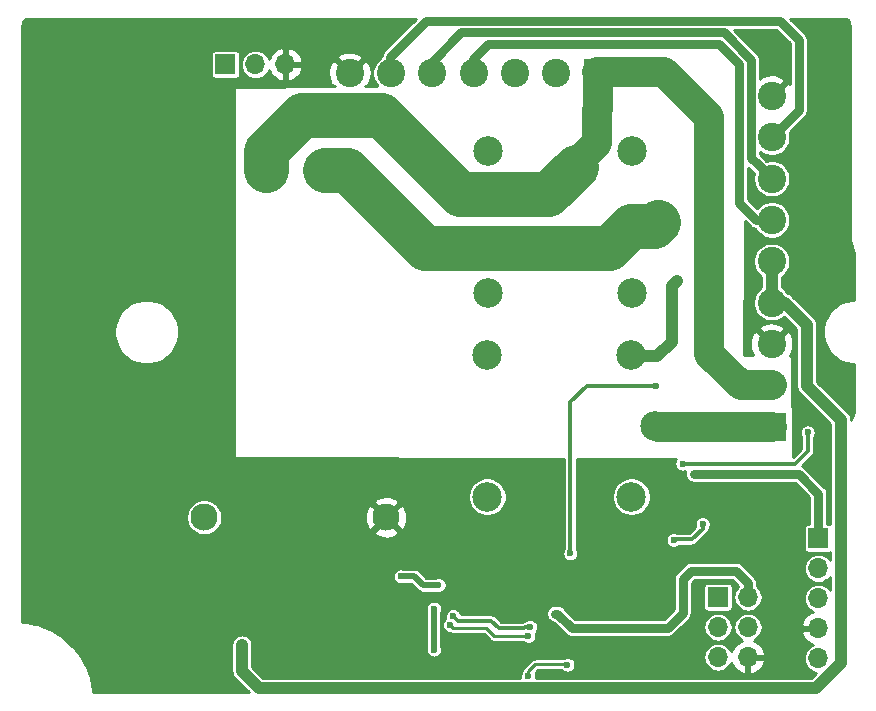
<source format=gbr>
G04 #@! TF.GenerationSoftware,KiCad,Pcbnew,(5.1.4-0)*
G04 #@! TF.CreationDate,2021-09-24T08:54:23+03:00*
G04 #@! TF.ProjectId,relay_logic_board,72656c61-795f-46c6-9f67-69635f626f61,rev?*
G04 #@! TF.SameCoordinates,Original*
G04 #@! TF.FileFunction,Copper,L2,Bot*
G04 #@! TF.FilePolarity,Positive*
%FSLAX46Y46*%
G04 Gerber Fmt 4.6, Leading zero omitted, Abs format (unit mm)*
G04 Created by KiCad (PCBNEW (5.1.4-0)) date 2021-09-24 08:54:23*
%MOMM*%
%LPD*%
G04 APERTURE LIST*
%ADD10C,2.500000*%
%ADD11C,2.300000*%
%ADD12R,2.000000X2.300000*%
%ADD13R,1.700000X1.700000*%
%ADD14O,1.700000X1.700000*%
%ADD15R,2.400000X2.400000*%
%ADD16C,2.400000*%
%ADD17C,0.600000*%
%ADD18C,0.800000*%
%ADD19C,2.540000*%
%ADD20C,3.810000*%
%ADD21C,1.016000*%
%ADD22C,0.508000*%
%ADD23C,0.762000*%
%ADD24C,0.254000*%
%ADD25C,0.304800*%
G04 APERTURE END LIST*
D10*
X166100000Y-83850000D03*
X164100000Y-77850000D03*
X151900000Y-77850000D03*
X151900000Y-89850000D03*
X164100000Y-89850000D03*
D11*
X127850000Y-108850000D03*
X133050000Y-79450000D03*
D12*
X138050000Y-79450000D03*
D11*
X143250000Y-108850000D03*
D13*
X179850000Y-110620000D03*
D14*
X179850000Y-113160000D03*
X179850000Y-115700000D03*
X179850000Y-118240000D03*
X179850000Y-120780000D03*
D13*
X171350000Y-115600000D03*
D14*
X173890000Y-115600000D03*
X171350000Y-118140000D03*
X173890000Y-118140000D03*
X171350000Y-120680000D03*
X173890000Y-120680000D03*
D13*
X129650000Y-70500000D03*
D14*
X132190000Y-70500000D03*
X134730000Y-70500000D03*
D10*
X164025000Y-107100000D03*
X151825000Y-107100000D03*
X151825000Y-95100000D03*
X164025000Y-95100000D03*
X166025000Y-101100000D03*
D15*
X161175000Y-71250000D03*
D16*
X157675000Y-71250000D03*
X154175000Y-71250000D03*
X150675000Y-71250000D03*
X147175000Y-71250000D03*
X143675000Y-71250000D03*
X140175000Y-71250000D03*
D15*
X175900000Y-101170000D03*
D16*
X175900000Y-97670000D03*
X175900000Y-94170000D03*
X175900000Y-90670000D03*
X175900000Y-87170000D03*
X175900000Y-83670000D03*
X175900000Y-80170000D03*
X175900000Y-76670000D03*
X175900000Y-73170000D03*
D17*
X147300000Y-120052400D03*
X147300000Y-116574278D03*
X157550000Y-117000000D03*
X167900000Y-88850000D03*
X169318999Y-105181001D03*
X144500000Y-113850000D03*
X147687500Y-114587500D03*
X175100000Y-106450000D03*
X165600000Y-111300000D03*
X162150000Y-117050000D03*
X161050000Y-119800000D03*
X148800000Y-111900000D03*
X143000000Y-120500000D03*
X135050000Y-120450000D03*
X125300000Y-112250000D03*
X125350000Y-113800000D03*
X120650000Y-112800000D03*
X120650000Y-111250000D03*
X120700000Y-109700000D03*
X122800000Y-101850000D03*
D18*
X155850000Y-116100000D03*
D17*
X131050000Y-119650000D03*
X155300000Y-118900000D03*
X148650000Y-117947600D03*
X170050000Y-109400000D03*
X167588683Y-110761317D03*
X158850000Y-111900006D03*
X166100000Y-97700000D03*
X155456893Y-118115533D03*
X148938110Y-117201278D03*
X178950000Y-101650000D03*
X168350000Y-104300000D03*
X155300000Y-122292000D03*
X158600000Y-121324990D03*
D19*
X168700000Y-101200000D02*
X173200000Y-101200000D01*
X168700000Y-101200000D02*
X166450000Y-101200000D01*
D20*
X139950000Y-79450000D02*
X138050000Y-79450000D01*
X162100000Y-86050000D02*
X146550000Y-86050000D01*
X164000000Y-84150000D02*
X162100000Y-86050000D01*
X146550000Y-86050000D02*
X139950000Y-79450000D01*
X165950000Y-84150000D02*
X164000000Y-84150000D01*
X166250000Y-83850000D02*
X165950000Y-84150000D01*
D19*
X172900000Y-101200000D02*
X175870000Y-101200000D01*
X175870000Y-101200000D02*
X175900000Y-101170000D01*
D21*
X168700000Y-101200000D02*
X172900000Y-101200000D01*
D19*
X166280000Y-101170000D02*
X166250000Y-101200000D01*
X175900000Y-101170000D02*
X166280000Y-101170000D01*
D21*
X161120000Y-71100000D02*
X161120000Y-74330000D01*
D19*
X161120000Y-74330000D02*
X161120000Y-77180000D01*
X161120000Y-77180000D02*
X157900000Y-80400000D01*
D20*
X136123655Y-74750000D02*
X133050000Y-77823655D01*
X133050000Y-77823655D02*
X133050000Y-79450000D01*
X149521010Y-81450000D02*
X142821010Y-74750000D01*
X142821010Y-74750000D02*
X136123655Y-74750000D01*
X157000000Y-81450000D02*
X149521010Y-81450000D01*
X159300000Y-79150000D02*
X157000000Y-81450000D01*
D19*
X170600000Y-95000000D02*
X170600000Y-74950000D01*
X173270000Y-97670000D02*
X170600000Y-95000000D01*
X166750000Y-71100000D02*
X161150001Y-71100000D01*
X170600000Y-74950000D02*
X166750000Y-71100000D01*
X175900000Y-97670000D02*
X173270000Y-97670000D01*
X161175000Y-74275000D02*
X161120000Y-74330000D01*
X161175000Y-71250000D02*
X161175000Y-74275000D01*
D22*
X147300000Y-120052400D02*
X147300000Y-116574278D01*
D21*
X166217766Y-95200000D02*
X167450000Y-93967766D01*
X164450000Y-95200000D02*
X166217766Y-95200000D01*
X167450000Y-89300000D02*
X167900000Y-88850000D01*
X167450000Y-93967766D02*
X167450000Y-89300000D01*
D23*
X169318999Y-105181001D02*
X178181001Y-105181001D01*
X179850000Y-106850000D02*
X179850000Y-110620000D01*
X178181001Y-105181001D02*
X179850000Y-106850000D01*
D22*
X144500000Y-113850000D02*
X145650000Y-113850000D01*
X145650000Y-113850000D02*
X146387500Y-114587500D01*
X146387500Y-114587500D02*
X147687500Y-114587500D01*
D23*
X157750000Y-117000000D02*
X157550000Y-117000000D01*
X158950000Y-118200000D02*
X157750000Y-117000000D01*
X167100000Y-118200000D02*
X158950000Y-118200000D01*
X168350000Y-114100000D02*
X168350000Y-116950000D01*
X168350000Y-116950000D02*
X167100000Y-118200000D01*
X169100000Y-113350000D02*
X168350000Y-114100000D01*
X172842081Y-113350000D02*
X169100000Y-113350000D01*
X173890000Y-114397919D02*
X172842081Y-113350000D01*
X173890000Y-115600000D02*
X173890000Y-114397919D01*
X174595000Y-83670000D02*
X175900000Y-83670000D01*
X173150000Y-70475000D02*
X173150000Y-82225000D01*
X171426976Y-68751976D02*
X173150000Y-70475000D01*
X151873024Y-68751976D02*
X171426976Y-68751976D01*
X150620000Y-71100000D02*
X150620000Y-70005000D01*
X173150000Y-82225000D02*
X174595000Y-83670000D01*
X150620000Y-70005000D02*
X151873024Y-68751976D01*
X174700001Y-78970001D02*
X175900000Y-80170000D01*
X174118999Y-78388999D02*
X174700001Y-78970001D01*
X149585035Y-67789965D02*
X171825454Y-67789965D01*
X171825454Y-67789965D02*
X174118999Y-70083510D01*
X147120000Y-70255000D02*
X149585035Y-67789965D01*
X174118999Y-70083510D02*
X174118999Y-78388999D01*
X147120000Y-71100000D02*
X147120000Y-70255000D01*
X177099999Y-75470001D02*
X175900000Y-76670000D01*
X178175000Y-74395000D02*
X177099999Y-75470001D01*
X176602954Y-66827954D02*
X178175000Y-68400000D01*
X146672046Y-66827954D02*
X176602954Y-66827954D01*
X143620000Y-69880000D02*
X146672046Y-66827954D01*
X178175000Y-68400000D02*
X178175000Y-74395000D01*
X143620000Y-71100000D02*
X143620000Y-69880000D01*
D21*
X175900000Y-90670000D02*
X175900000Y-87170000D01*
X176995000Y-90670000D02*
X175900000Y-90670000D01*
X178875000Y-92550000D02*
X176995000Y-90670000D01*
X178875000Y-97725000D02*
X178875000Y-92550000D01*
X181750000Y-100600000D02*
X178875000Y-97725000D01*
X181750000Y-121185842D02*
X181750000Y-100600000D01*
X179635842Y-123300000D02*
X181750000Y-121185842D01*
X131050000Y-119650000D02*
X131050000Y-121850000D01*
X132500000Y-123300000D02*
X179635842Y-123300000D01*
X131050000Y-121850000D02*
X132500000Y-123300000D01*
D24*
X148949999Y-118247599D02*
X148650000Y-117947600D01*
X151747599Y-118247599D02*
X148949999Y-118247599D01*
X152400000Y-118900000D02*
X151747599Y-118247599D01*
X155300000Y-118900000D02*
X152400000Y-118900000D01*
D25*
X167650000Y-110700000D02*
X167588683Y-110761317D01*
X169150000Y-110700000D02*
X167650000Y-110700000D01*
X170050000Y-109800000D02*
X169150000Y-110700000D01*
X170050000Y-109400000D02*
X170050000Y-109800000D01*
X158850000Y-106550000D02*
X158850000Y-107400000D01*
X158850000Y-107400000D02*
X158850000Y-111900006D01*
X158850000Y-99100000D02*
X158850000Y-107400000D01*
X160250000Y-97700000D02*
X158850000Y-99100000D01*
X166100000Y-97700000D02*
X160250000Y-97700000D01*
X168350000Y-104300000D02*
X177900000Y-104300000D01*
X177900000Y-104300000D02*
X178950000Y-103250000D01*
X178950000Y-103250000D02*
X178950000Y-101650000D01*
X152138057Y-117595990D02*
X149332822Y-117595990D01*
X152792067Y-118250000D02*
X152138057Y-117595990D01*
X154898162Y-118250000D02*
X152792067Y-118250000D01*
X155456893Y-118115533D02*
X155032629Y-118115533D01*
X149332822Y-117595990D02*
X148938110Y-117201278D01*
X155032629Y-118115533D02*
X154898162Y-118250000D01*
D24*
X158575010Y-121300000D02*
X158600000Y-121324990D01*
X155867736Y-121300000D02*
X158575010Y-121300000D01*
X155300000Y-121867736D02*
X155867736Y-121300000D01*
X155300000Y-122292000D02*
X155300000Y-121867736D01*
G36*
X143107649Y-69314721D02*
G01*
X143078579Y-69338578D01*
X143054722Y-69367648D01*
X143054721Y-69367649D01*
X142983355Y-69454608D01*
X142912599Y-69586985D01*
X142869027Y-69730622D01*
X142854314Y-69880000D01*
X142855877Y-69895868D01*
X142667171Y-70021957D01*
X142446957Y-70242171D01*
X142273936Y-70501116D01*
X142154757Y-70788839D01*
X142094000Y-71094285D01*
X142094000Y-71405715D01*
X142154757Y-71711161D01*
X142273936Y-71998884D01*
X142446957Y-72257829D01*
X142520293Y-72331165D01*
X141485310Y-72334767D01*
X141737836Y-72228486D01*
X141898699Y-71904790D01*
X141993322Y-71555931D01*
X142018067Y-71195316D01*
X141971985Y-70836802D01*
X141856846Y-70494167D01*
X141737836Y-70271514D01*
X141452980Y-70151626D01*
X140354605Y-71250000D01*
X140368748Y-71264142D01*
X140189142Y-71443748D01*
X140175000Y-71429605D01*
X140160858Y-71443748D01*
X139981252Y-71264142D01*
X139995395Y-71250000D01*
X138897020Y-70151626D01*
X138612164Y-70271514D01*
X138451301Y-70595210D01*
X138356678Y-70944069D01*
X138331933Y-71304684D01*
X138378015Y-71663198D01*
X138493154Y-72005833D01*
X138612164Y-72228486D01*
X138886183Y-72343813D01*
X130499558Y-72373001D01*
X130475124Y-72375460D01*
X130451305Y-72382706D01*
X130429358Y-72394460D01*
X130410126Y-72410269D01*
X130394347Y-72429527D01*
X130382628Y-72451493D01*
X130375420Y-72475323D01*
X130373000Y-72500102D01*
X130398000Y-103700102D01*
X130400401Y-103724578D01*
X130407590Y-103748414D01*
X130419291Y-103770389D01*
X130435054Y-103789659D01*
X130454274Y-103805484D01*
X130476212Y-103817255D01*
X130500025Y-103824520D01*
X130524798Y-103827000D01*
X158316601Y-103871278D01*
X158316601Y-106523797D01*
X158316600Y-106523806D01*
X158316600Y-107373806D01*
X158316601Y-111472527D01*
X158246506Y-111577432D01*
X158195171Y-111701366D01*
X158169000Y-111832933D01*
X158169000Y-111967079D01*
X158195171Y-112098646D01*
X158246506Y-112222580D01*
X158321033Y-112334118D01*
X158415888Y-112428973D01*
X158527426Y-112503500D01*
X158651360Y-112554835D01*
X158782927Y-112581006D01*
X158917073Y-112581006D01*
X159048640Y-112554835D01*
X159172574Y-112503500D01*
X159284112Y-112428973D01*
X159378967Y-112334118D01*
X159453494Y-112222580D01*
X159504829Y-112098646D01*
X159531000Y-111967079D01*
X159531000Y-111832933D01*
X159504829Y-111701366D01*
X159453494Y-111577432D01*
X159383400Y-111472528D01*
X159383400Y-110694244D01*
X166907683Y-110694244D01*
X166907683Y-110828390D01*
X166933854Y-110959957D01*
X166985189Y-111083891D01*
X167059716Y-111195429D01*
X167154571Y-111290284D01*
X167266109Y-111364811D01*
X167390043Y-111416146D01*
X167521610Y-111442317D01*
X167655756Y-111442317D01*
X167787323Y-111416146D01*
X167911257Y-111364811D01*
X168022795Y-111290284D01*
X168079679Y-111233400D01*
X169123813Y-111233400D01*
X169150000Y-111235979D01*
X169176187Y-111233400D01*
X169176195Y-111233400D01*
X169254565Y-111225681D01*
X169355111Y-111195181D01*
X169447775Y-111145651D01*
X169528995Y-111078995D01*
X169545695Y-111058646D01*
X170408651Y-110195691D01*
X170428995Y-110178995D01*
X170495651Y-110097775D01*
X170545181Y-110005111D01*
X170575681Y-109904564D01*
X170583252Y-109827699D01*
X170653494Y-109722574D01*
X170704829Y-109598640D01*
X170731000Y-109467073D01*
X170731000Y-109332927D01*
X170704829Y-109201360D01*
X170653494Y-109077426D01*
X170578967Y-108965888D01*
X170484112Y-108871033D01*
X170372574Y-108796506D01*
X170248640Y-108745171D01*
X170117073Y-108719000D01*
X169982927Y-108719000D01*
X169851360Y-108745171D01*
X169727426Y-108796506D01*
X169615888Y-108871033D01*
X169521033Y-108965888D01*
X169446506Y-109077426D01*
X169395171Y-109201360D01*
X169369000Y-109332927D01*
X169369000Y-109467073D01*
X169395171Y-109598640D01*
X169425001Y-109670657D01*
X168929059Y-110166600D01*
X167924393Y-110166600D01*
X167911257Y-110157823D01*
X167787323Y-110106488D01*
X167655756Y-110080317D01*
X167521610Y-110080317D01*
X167390043Y-110106488D01*
X167266109Y-110157823D01*
X167154571Y-110232350D01*
X167059716Y-110327205D01*
X166985189Y-110438743D01*
X166933854Y-110562677D01*
X166907683Y-110694244D01*
X159383400Y-110694244D01*
X159383400Y-106939360D01*
X162394000Y-106939360D01*
X162394000Y-107260640D01*
X162456678Y-107575745D01*
X162579626Y-107872568D01*
X162758119Y-108139702D01*
X162985298Y-108366881D01*
X163252432Y-108545374D01*
X163549255Y-108668322D01*
X163864360Y-108731000D01*
X164185640Y-108731000D01*
X164500745Y-108668322D01*
X164797568Y-108545374D01*
X165064702Y-108366881D01*
X165291881Y-108139702D01*
X165470374Y-107872568D01*
X165593322Y-107575745D01*
X165656000Y-107260640D01*
X165656000Y-106939360D01*
X165593322Y-106624255D01*
X165470374Y-106327432D01*
X165291881Y-106060298D01*
X165064702Y-105833119D01*
X164797568Y-105654626D01*
X164500745Y-105531678D01*
X164185640Y-105469000D01*
X163864360Y-105469000D01*
X163549255Y-105531678D01*
X163252432Y-105654626D01*
X162985298Y-105833119D01*
X162758119Y-106060298D01*
X162579626Y-106327432D01*
X162456678Y-106624255D01*
X162394000Y-106939360D01*
X159383400Y-106939360D01*
X159383400Y-103872978D01*
X167807328Y-103886399D01*
X167746506Y-103977426D01*
X167695171Y-104101360D01*
X167669000Y-104232927D01*
X167669000Y-104367073D01*
X167695171Y-104498640D01*
X167746506Y-104622574D01*
X167821033Y-104734112D01*
X167915888Y-104828967D01*
X168027426Y-104903494D01*
X168151360Y-104954829D01*
X168282927Y-104981000D01*
X168417073Y-104981000D01*
X168548640Y-104954829D01*
X168597454Y-104934610D01*
X168568025Y-105031623D01*
X168553313Y-105181001D01*
X168568025Y-105330379D01*
X168611597Y-105474016D01*
X168682354Y-105606393D01*
X168777577Y-105722423D01*
X168893607Y-105817646D01*
X169025984Y-105888403D01*
X169169621Y-105931975D01*
X169281573Y-105943001D01*
X177865371Y-105943001D01*
X179088000Y-107165631D01*
X179088001Y-109387157D01*
X179000000Y-109387157D01*
X178925311Y-109394513D01*
X178853492Y-109416299D01*
X178787304Y-109451678D01*
X178729289Y-109499289D01*
X178681678Y-109557304D01*
X178646299Y-109623492D01*
X178624513Y-109695311D01*
X178617157Y-109770000D01*
X178617157Y-111470000D01*
X178624513Y-111544689D01*
X178646299Y-111616508D01*
X178681678Y-111682696D01*
X178729289Y-111740711D01*
X178787304Y-111788322D01*
X178853492Y-111823701D01*
X178925311Y-111845487D01*
X179000000Y-111852843D01*
X180700000Y-111852843D01*
X180774689Y-111845487D01*
X180846508Y-111823701D01*
X180861000Y-111815954D01*
X180861000Y-112451472D01*
X180724660Y-112285340D01*
X180537216Y-112131509D01*
X180323363Y-112017202D01*
X180091318Y-111946812D01*
X179910472Y-111929000D01*
X179789528Y-111929000D01*
X179608682Y-111946812D01*
X179376637Y-112017202D01*
X179162784Y-112131509D01*
X178975340Y-112285340D01*
X178821509Y-112472784D01*
X178707202Y-112686637D01*
X178636812Y-112918682D01*
X178613044Y-113160000D01*
X178636812Y-113401318D01*
X178707202Y-113633363D01*
X178821509Y-113847216D01*
X178975340Y-114034660D01*
X179162784Y-114188491D01*
X179376637Y-114302798D01*
X179608682Y-114373188D01*
X179789528Y-114391000D01*
X179910472Y-114391000D01*
X180091318Y-114373188D01*
X180323363Y-114302798D01*
X180537216Y-114188491D01*
X180724660Y-114034660D01*
X180861000Y-113868528D01*
X180861000Y-114991471D01*
X180724660Y-114825340D01*
X180537216Y-114671509D01*
X180323363Y-114557202D01*
X180091318Y-114486812D01*
X179910472Y-114469000D01*
X179789528Y-114469000D01*
X179608682Y-114486812D01*
X179376637Y-114557202D01*
X179162784Y-114671509D01*
X178975340Y-114825340D01*
X178821509Y-115012784D01*
X178707202Y-115226637D01*
X178636812Y-115458682D01*
X178613044Y-115700000D01*
X178636812Y-115941318D01*
X178707202Y-116173363D01*
X178821509Y-116387216D01*
X178975340Y-116574660D01*
X179162784Y-116728491D01*
X179373305Y-116841017D01*
X179218748Y-116895843D01*
X178968645Y-117044822D01*
X178752412Y-117239731D01*
X178578359Y-117473080D01*
X178453175Y-117735901D01*
X178408524Y-117883110D01*
X178529845Y-118113000D01*
X179723000Y-118113000D01*
X179723000Y-118093000D01*
X179977000Y-118093000D01*
X179977000Y-118113000D01*
X179997000Y-118113000D01*
X179997000Y-118367000D01*
X179977000Y-118367000D01*
X179977000Y-118387000D01*
X179723000Y-118387000D01*
X179723000Y-118367000D01*
X178529845Y-118367000D01*
X178408524Y-118596890D01*
X178453175Y-118744099D01*
X178578359Y-119006920D01*
X178752412Y-119240269D01*
X178968645Y-119435178D01*
X179218748Y-119584157D01*
X179373305Y-119638983D01*
X179162784Y-119751509D01*
X178975340Y-119905340D01*
X178821509Y-120092784D01*
X178707202Y-120306637D01*
X178636812Y-120538682D01*
X178613044Y-120780000D01*
X178636812Y-121021318D01*
X178707202Y-121253363D01*
X178821509Y-121467216D01*
X178975340Y-121654660D01*
X179162784Y-121808491D01*
X179376637Y-121922798D01*
X179608682Y-121993188D01*
X179678538Y-122000068D01*
X179267607Y-122411000D01*
X155970671Y-122411000D01*
X155981000Y-122359073D01*
X155981000Y-122224927D01*
X155954829Y-122093360D01*
X155907371Y-121978786D01*
X156078157Y-121808000D01*
X158119931Y-121808000D01*
X158165888Y-121853957D01*
X158277426Y-121928484D01*
X158401360Y-121979819D01*
X158532927Y-122005990D01*
X158667073Y-122005990D01*
X158798640Y-121979819D01*
X158922574Y-121928484D01*
X159034112Y-121853957D01*
X159128967Y-121759102D01*
X159203494Y-121647564D01*
X159254829Y-121523630D01*
X159281000Y-121392063D01*
X159281000Y-121257917D01*
X159254829Y-121126350D01*
X159203494Y-121002416D01*
X159128967Y-120890878D01*
X159034112Y-120796023D01*
X158922574Y-120721496D01*
X158822394Y-120680000D01*
X170113044Y-120680000D01*
X170136812Y-120921318D01*
X170207202Y-121153363D01*
X170321509Y-121367216D01*
X170475340Y-121554660D01*
X170662784Y-121708491D01*
X170876637Y-121822798D01*
X171108682Y-121893188D01*
X171289528Y-121911000D01*
X171410472Y-121911000D01*
X171591318Y-121893188D01*
X171823363Y-121822798D01*
X172037216Y-121708491D01*
X172224660Y-121554660D01*
X172378491Y-121367216D01*
X172487091Y-121164040D01*
X172493175Y-121184099D01*
X172618359Y-121446920D01*
X172792412Y-121680269D01*
X173008645Y-121875178D01*
X173258748Y-122024157D01*
X173533109Y-122121481D01*
X173763000Y-122000814D01*
X173763000Y-120807000D01*
X174017000Y-120807000D01*
X174017000Y-122000814D01*
X174246891Y-122121481D01*
X174521252Y-122024157D01*
X174771355Y-121875178D01*
X174987588Y-121680269D01*
X175161641Y-121446920D01*
X175286825Y-121184099D01*
X175331476Y-121036890D01*
X175210155Y-120807000D01*
X174017000Y-120807000D01*
X173763000Y-120807000D01*
X173743000Y-120807000D01*
X173743000Y-120553000D01*
X173763000Y-120553000D01*
X173763000Y-120533000D01*
X174017000Y-120533000D01*
X174017000Y-120553000D01*
X175210155Y-120553000D01*
X175331476Y-120323110D01*
X175286825Y-120175901D01*
X175161641Y-119913080D01*
X174987588Y-119679731D01*
X174771355Y-119484822D01*
X174521252Y-119335843D01*
X174366695Y-119281017D01*
X174577216Y-119168491D01*
X174764660Y-119014660D01*
X174918491Y-118827216D01*
X175032798Y-118613363D01*
X175103188Y-118381318D01*
X175126956Y-118140000D01*
X175103188Y-117898682D01*
X175032798Y-117666637D01*
X174918491Y-117452784D01*
X174764660Y-117265340D01*
X174577216Y-117111509D01*
X174363363Y-116997202D01*
X174131318Y-116926812D01*
X173950472Y-116909000D01*
X173829528Y-116909000D01*
X173648682Y-116926812D01*
X173416637Y-116997202D01*
X173202784Y-117111509D01*
X173015340Y-117265340D01*
X172861509Y-117452784D01*
X172747202Y-117666637D01*
X172676812Y-117898682D01*
X172653044Y-118140000D01*
X172676812Y-118381318D01*
X172747202Y-118613363D01*
X172861509Y-118827216D01*
X173015340Y-119014660D01*
X173202784Y-119168491D01*
X173413305Y-119281017D01*
X173258748Y-119335843D01*
X173008645Y-119484822D01*
X172792412Y-119679731D01*
X172618359Y-119913080D01*
X172493175Y-120175901D01*
X172487091Y-120195960D01*
X172378491Y-119992784D01*
X172224660Y-119805340D01*
X172037216Y-119651509D01*
X171823363Y-119537202D01*
X171591318Y-119466812D01*
X171410472Y-119449000D01*
X171289528Y-119449000D01*
X171108682Y-119466812D01*
X170876637Y-119537202D01*
X170662784Y-119651509D01*
X170475340Y-119805340D01*
X170321509Y-119992784D01*
X170207202Y-120206637D01*
X170136812Y-120438682D01*
X170113044Y-120680000D01*
X158822394Y-120680000D01*
X158798640Y-120670161D01*
X158667073Y-120643990D01*
X158532927Y-120643990D01*
X158401360Y-120670161D01*
X158277426Y-120721496D01*
X158171909Y-120792000D01*
X155892680Y-120792000D01*
X155867736Y-120789543D01*
X155842792Y-120792000D01*
X155842789Y-120792000D01*
X155768151Y-120799351D01*
X155672393Y-120828399D01*
X155631312Y-120850357D01*
X155584140Y-120875571D01*
X155555163Y-120899352D01*
X155506788Y-120939052D01*
X155490885Y-120958430D01*
X154958430Y-121490886D01*
X154939053Y-121506788D01*
X154923151Y-121526165D01*
X154923150Y-121526166D01*
X154875571Y-121584141D01*
X154828400Y-121672393D01*
X154799352Y-121768151D01*
X154793690Y-121825638D01*
X154792641Y-121836280D01*
X154771033Y-121857888D01*
X154696506Y-121969426D01*
X154645171Y-122093360D01*
X154619000Y-122224927D01*
X154619000Y-122359073D01*
X154629329Y-122411000D01*
X132868236Y-122411000D01*
X131939000Y-121481765D01*
X131939000Y-119606333D01*
X131926136Y-119475726D01*
X131875303Y-119308149D01*
X131792753Y-119153709D01*
X131681659Y-119018341D01*
X131546290Y-118907247D01*
X131391850Y-118824697D01*
X131224273Y-118773864D01*
X131050000Y-118756699D01*
X130875726Y-118773864D01*
X130708149Y-118824697D01*
X130553709Y-118907247D01*
X130418341Y-119018341D01*
X130307247Y-119153710D01*
X130224697Y-119308150D01*
X130173864Y-119475727D01*
X130161000Y-119606334D01*
X130161001Y-121806330D01*
X130156700Y-121850000D01*
X130173864Y-122024274D01*
X130224698Y-122191852D01*
X130307248Y-122346291D01*
X130370911Y-122423864D01*
X130418342Y-122481659D01*
X130452259Y-122509494D01*
X131608708Y-123665944D01*
X118434077Y-123665944D01*
X118429064Y-123559636D01*
X118425819Y-123534653D01*
X118424063Y-123509538D01*
X118422144Y-123497943D01*
X118249712Y-122529917D01*
X118241139Y-122497472D01*
X118233364Y-122464834D01*
X118229577Y-122453708D01*
X117901358Y-121526845D01*
X117887594Y-121496219D01*
X117874599Y-121465305D01*
X117869045Y-121454947D01*
X117393851Y-120594136D01*
X117375281Y-120566186D01*
X117357401Y-120537793D01*
X117350230Y-120528481D01*
X116740826Y-119756840D01*
X116717917Y-119732273D01*
X116695662Y-119707207D01*
X116687067Y-119699191D01*
X115959816Y-119037444D01*
X115933229Y-119016969D01*
X115907153Y-118995853D01*
X115897364Y-118989349D01*
X115071798Y-118455266D01*
X115042219Y-118439406D01*
X115013049Y-118422835D01*
X115002330Y-118418017D01*
X114100618Y-118025942D01*
X114068858Y-118015130D01*
X114037362Y-118003542D01*
X114025999Y-118000540D01*
X113072361Y-117761003D01*
X113039257Y-117755523D01*
X113006295Y-117749235D01*
X112994594Y-117748128D01*
X112456226Y-117703866D01*
X112456226Y-116507205D01*
X146619000Y-116507205D01*
X146619000Y-116641351D01*
X146645171Y-116772918D01*
X146665001Y-116820792D01*
X146665000Y-119805888D01*
X146645171Y-119853760D01*
X146619000Y-119985327D01*
X146619000Y-120119473D01*
X146645171Y-120251040D01*
X146696506Y-120374974D01*
X146771033Y-120486512D01*
X146865888Y-120581367D01*
X146977426Y-120655894D01*
X147101360Y-120707229D01*
X147232927Y-120733400D01*
X147367073Y-120733400D01*
X147498640Y-120707229D01*
X147622574Y-120655894D01*
X147734112Y-120581367D01*
X147828967Y-120486512D01*
X147903494Y-120374974D01*
X147954829Y-120251040D01*
X147981000Y-120119473D01*
X147981000Y-119985327D01*
X147954829Y-119853760D01*
X147935000Y-119805888D01*
X147935000Y-117880527D01*
X147969000Y-117880527D01*
X147969000Y-118014673D01*
X147995171Y-118146240D01*
X148046506Y-118270174D01*
X148121033Y-118381712D01*
X148215888Y-118476567D01*
X148327426Y-118551094D01*
X148451360Y-118602429D01*
X148582927Y-118628600D01*
X148613486Y-118628600D01*
X148666404Y-118672028D01*
X148754656Y-118719200D01*
X148850414Y-118748248D01*
X148925052Y-118755599D01*
X148925055Y-118755599D01*
X148949999Y-118758056D01*
X148974943Y-118755599D01*
X151537179Y-118755599D01*
X152023149Y-119241570D01*
X152039052Y-119260948D01*
X152058429Y-119276850D01*
X152116404Y-119324429D01*
X152204281Y-119371400D01*
X152204657Y-119371601D01*
X152300415Y-119400649D01*
X152375053Y-119408000D01*
X152375055Y-119408000D01*
X152399999Y-119410457D01*
X152424943Y-119408000D01*
X154844921Y-119408000D01*
X154865888Y-119428967D01*
X154977426Y-119503494D01*
X155101360Y-119554829D01*
X155232927Y-119581000D01*
X155367073Y-119581000D01*
X155498640Y-119554829D01*
X155622574Y-119503494D01*
X155734112Y-119428967D01*
X155828967Y-119334112D01*
X155903494Y-119222574D01*
X155954829Y-119098640D01*
X155981000Y-118967073D01*
X155981000Y-118832927D01*
X155954829Y-118701360D01*
X155919482Y-118616023D01*
X155985860Y-118549645D01*
X156060387Y-118438107D01*
X156111722Y-118314173D01*
X156137893Y-118182606D01*
X156137893Y-118048460D01*
X156111722Y-117916893D01*
X156060387Y-117792959D01*
X155985860Y-117681421D01*
X155891005Y-117586566D01*
X155779467Y-117512039D01*
X155655533Y-117460704D01*
X155523966Y-117434533D01*
X155389820Y-117434533D01*
X155258253Y-117460704D01*
X155134319Y-117512039D01*
X155033192Y-117579610D01*
X155032628Y-117579554D01*
X155006441Y-117582133D01*
X155006434Y-117582133D01*
X154928064Y-117589852D01*
X154827518Y-117620352D01*
X154734854Y-117669882D01*
X154677928Y-117716600D01*
X153013008Y-117716600D01*
X152533753Y-117237345D01*
X152517052Y-117216995D01*
X152435832Y-117150339D01*
X152343168Y-117100809D01*
X152242622Y-117070309D01*
X152164252Y-117062590D01*
X152164244Y-117062590D01*
X152138057Y-117060011D01*
X152111870Y-117062590D01*
X149604865Y-117062590D01*
X149592939Y-117002638D01*
X149591847Y-117000000D01*
X156784314Y-117000000D01*
X156799026Y-117149378D01*
X156842598Y-117293015D01*
X156913355Y-117425392D01*
X157008578Y-117541422D01*
X157124608Y-117636645D01*
X157256985Y-117707402D01*
X157400622Y-117750974D01*
X157425826Y-117753456D01*
X158384721Y-118712352D01*
X158408578Y-118741422D01*
X158524608Y-118836645D01*
X158656985Y-118907402D01*
X158800622Y-118950974D01*
X158912574Y-118962000D01*
X158912576Y-118962000D01*
X158949999Y-118965686D01*
X158987422Y-118962000D01*
X167062577Y-118962000D01*
X167100000Y-118965686D01*
X167137423Y-118962000D01*
X167137426Y-118962000D01*
X167249378Y-118950974D01*
X167393015Y-118907402D01*
X167525392Y-118836645D01*
X167641422Y-118741422D01*
X167665284Y-118712346D01*
X168237630Y-118140000D01*
X170113044Y-118140000D01*
X170136812Y-118381318D01*
X170207202Y-118613363D01*
X170321509Y-118827216D01*
X170475340Y-119014660D01*
X170662784Y-119168491D01*
X170876637Y-119282798D01*
X171108682Y-119353188D01*
X171289528Y-119371000D01*
X171410472Y-119371000D01*
X171591318Y-119353188D01*
X171823363Y-119282798D01*
X172037216Y-119168491D01*
X172224660Y-119014660D01*
X172378491Y-118827216D01*
X172492798Y-118613363D01*
X172563188Y-118381318D01*
X172586956Y-118140000D01*
X172563188Y-117898682D01*
X172492798Y-117666637D01*
X172378491Y-117452784D01*
X172224660Y-117265340D01*
X172037216Y-117111509D01*
X171823363Y-116997202D01*
X171591318Y-116926812D01*
X171410472Y-116909000D01*
X171289528Y-116909000D01*
X171108682Y-116926812D01*
X170876637Y-116997202D01*
X170662784Y-117111509D01*
X170475340Y-117265340D01*
X170321509Y-117452784D01*
X170207202Y-117666637D01*
X170136812Y-117898682D01*
X170113044Y-118140000D01*
X168237630Y-118140000D01*
X168862352Y-117515279D01*
X168891422Y-117491422D01*
X168926215Y-117449026D01*
X168986645Y-117375393D01*
X169030807Y-117292771D01*
X169057402Y-117243015D01*
X169100974Y-117099378D01*
X169112000Y-116987426D01*
X169112000Y-116987423D01*
X169115686Y-116950000D01*
X169112000Y-116912577D01*
X169112000Y-114750000D01*
X170117157Y-114750000D01*
X170117157Y-116450000D01*
X170124513Y-116524689D01*
X170146299Y-116596508D01*
X170181678Y-116662696D01*
X170229289Y-116720711D01*
X170287304Y-116768322D01*
X170353492Y-116803701D01*
X170425311Y-116825487D01*
X170500000Y-116832843D01*
X172200000Y-116832843D01*
X172274689Y-116825487D01*
X172346508Y-116803701D01*
X172412696Y-116768322D01*
X172470711Y-116720711D01*
X172518322Y-116662696D01*
X172553701Y-116596508D01*
X172575487Y-116524689D01*
X172582843Y-116450000D01*
X172582843Y-114750000D01*
X172575487Y-114675311D01*
X172553701Y-114603492D01*
X172518322Y-114537304D01*
X172470711Y-114479289D01*
X172412696Y-114431678D01*
X172346508Y-114396299D01*
X172274689Y-114374513D01*
X172200000Y-114367157D01*
X170500000Y-114367157D01*
X170425311Y-114374513D01*
X170353492Y-114396299D01*
X170287304Y-114431678D01*
X170229289Y-114479289D01*
X170181678Y-114537304D01*
X170146299Y-114603492D01*
X170124513Y-114675311D01*
X170117157Y-114750000D01*
X169112000Y-114750000D01*
X169112000Y-114415630D01*
X169415631Y-114112000D01*
X172526451Y-114112000D01*
X173083694Y-114669244D01*
X173015340Y-114725340D01*
X172861509Y-114912784D01*
X172747202Y-115126637D01*
X172676812Y-115358682D01*
X172653044Y-115600000D01*
X172676812Y-115841318D01*
X172747202Y-116073363D01*
X172861509Y-116287216D01*
X173015340Y-116474660D01*
X173202784Y-116628491D01*
X173416637Y-116742798D01*
X173648682Y-116813188D01*
X173829528Y-116831000D01*
X173950472Y-116831000D01*
X174131318Y-116813188D01*
X174363363Y-116742798D01*
X174577216Y-116628491D01*
X174764660Y-116474660D01*
X174918491Y-116287216D01*
X175032798Y-116073363D01*
X175103188Y-115841318D01*
X175126956Y-115600000D01*
X175103188Y-115358682D01*
X175032798Y-115126637D01*
X174918491Y-114912784D01*
X174764660Y-114725340D01*
X174652000Y-114632883D01*
X174652000Y-114435341D01*
X174655686Y-114397918D01*
X174652000Y-114360493D01*
X174640974Y-114248541D01*
X174597402Y-114104904D01*
X174526645Y-113972527D01*
X174431422Y-113856497D01*
X174402351Y-113832640D01*
X173407365Y-112837654D01*
X173383503Y-112808578D01*
X173267473Y-112713355D01*
X173135096Y-112642598D01*
X172991459Y-112599026D01*
X172879507Y-112588000D01*
X172879504Y-112588000D01*
X172842081Y-112584314D01*
X172804658Y-112588000D01*
X169137422Y-112588000D01*
X169099999Y-112584314D01*
X169062576Y-112588000D01*
X169062574Y-112588000D01*
X168950622Y-112599026D01*
X168806985Y-112642598D01*
X168674608Y-112713355D01*
X168558578Y-112808578D01*
X168534720Y-112837649D01*
X167837653Y-113534716D01*
X167808578Y-113558578D01*
X167752983Y-113626322D01*
X167713355Y-113674608D01*
X167686143Y-113725519D01*
X167642598Y-113806986D01*
X167599026Y-113950623D01*
X167588398Y-114058533D01*
X167584314Y-114100000D01*
X167588000Y-114137423D01*
X167588001Y-116634368D01*
X166784370Y-117438000D01*
X159265631Y-117438000D01*
X158315284Y-116487654D01*
X158291422Y-116458578D01*
X158175392Y-116363355D01*
X158043015Y-116292598D01*
X157899378Y-116249026D01*
X157787426Y-116238000D01*
X157787423Y-116238000D01*
X157750000Y-116234314D01*
X157712577Y-116238000D01*
X157512574Y-116238000D01*
X157400622Y-116249026D01*
X157256985Y-116292598D01*
X157124608Y-116363355D01*
X157008578Y-116458578D01*
X156913355Y-116574608D01*
X156842598Y-116706985D01*
X156799026Y-116850622D01*
X156784314Y-117000000D01*
X149591847Y-117000000D01*
X149541604Y-116878704D01*
X149467077Y-116767166D01*
X149372222Y-116672311D01*
X149260684Y-116597784D01*
X149136750Y-116546449D01*
X149005183Y-116520278D01*
X148871037Y-116520278D01*
X148739470Y-116546449D01*
X148615536Y-116597784D01*
X148503998Y-116672311D01*
X148409143Y-116767166D01*
X148334616Y-116878704D01*
X148283281Y-117002638D01*
X148257110Y-117134205D01*
X148257110Y-117268351D01*
X148278661Y-117376690D01*
X148215888Y-117418633D01*
X148121033Y-117513488D01*
X148046506Y-117625026D01*
X147995171Y-117748960D01*
X147969000Y-117880527D01*
X147935000Y-117880527D01*
X147935000Y-116820790D01*
X147954829Y-116772918D01*
X147981000Y-116641351D01*
X147981000Y-116507205D01*
X147954829Y-116375638D01*
X147903494Y-116251704D01*
X147828967Y-116140166D01*
X147734112Y-116045311D01*
X147622574Y-115970784D01*
X147498640Y-115919449D01*
X147367073Y-115893278D01*
X147232927Y-115893278D01*
X147101360Y-115919449D01*
X146977426Y-115970784D01*
X146865888Y-116045311D01*
X146771033Y-116140166D01*
X146696506Y-116251704D01*
X146645171Y-116375638D01*
X146619000Y-116507205D01*
X112456226Y-116507205D01*
X112456226Y-113782927D01*
X143819000Y-113782927D01*
X143819000Y-113917073D01*
X143845171Y-114048640D01*
X143896506Y-114172574D01*
X143971033Y-114284112D01*
X144065888Y-114378967D01*
X144177426Y-114453494D01*
X144301360Y-114504829D01*
X144432927Y-114531000D01*
X144567073Y-114531000D01*
X144698640Y-114504829D01*
X144746512Y-114485000D01*
X145386975Y-114485000D01*
X145916434Y-115014460D01*
X145936315Y-115038685D01*
X145960539Y-115058565D01*
X145960543Y-115058569D01*
X146033006Y-115118038D01*
X146118256Y-115163605D01*
X146143320Y-115177002D01*
X146263018Y-115213312D01*
X146356308Y-115222500D01*
X146356311Y-115222500D01*
X146387500Y-115225572D01*
X146418689Y-115222500D01*
X147440988Y-115222500D01*
X147488860Y-115242329D01*
X147620427Y-115268500D01*
X147754573Y-115268500D01*
X147886140Y-115242329D01*
X148010074Y-115190994D01*
X148121612Y-115116467D01*
X148216467Y-115021612D01*
X148290994Y-114910074D01*
X148342329Y-114786140D01*
X148368500Y-114654573D01*
X148368500Y-114520427D01*
X148342329Y-114388860D01*
X148290994Y-114264926D01*
X148216467Y-114153388D01*
X148121612Y-114058533D01*
X148010074Y-113984006D01*
X147886140Y-113932671D01*
X147754573Y-113906500D01*
X147620427Y-113906500D01*
X147488860Y-113932671D01*
X147440988Y-113952500D01*
X146650525Y-113952500D01*
X146121074Y-113423050D01*
X146101185Y-113398815D01*
X146004494Y-113319463D01*
X145894180Y-113260498D01*
X145774482Y-113224188D01*
X145681192Y-113215000D01*
X145681181Y-113215000D01*
X145650000Y-113211929D01*
X145618819Y-113215000D01*
X144746512Y-113215000D01*
X144698640Y-113195171D01*
X144567073Y-113169000D01*
X144432927Y-113169000D01*
X144301360Y-113195171D01*
X144177426Y-113246506D01*
X144065888Y-113321033D01*
X143971033Y-113415888D01*
X143896506Y-113527426D01*
X143845171Y-113651360D01*
X143819000Y-113782927D01*
X112456226Y-113782927D01*
X112456226Y-108699210D01*
X126319000Y-108699210D01*
X126319000Y-109000790D01*
X126377835Y-109296576D01*
X126493245Y-109575201D01*
X126660795Y-109825956D01*
X126874044Y-110039205D01*
X127124799Y-110206755D01*
X127403424Y-110322165D01*
X127699210Y-110381000D01*
X128000790Y-110381000D01*
X128296576Y-110322165D01*
X128575201Y-110206755D01*
X128746420Y-110092349D01*
X142187256Y-110092349D01*
X142301118Y-110372090D01*
X142616296Y-110527961D01*
X142955826Y-110619349D01*
X143306661Y-110642741D01*
X143655319Y-110597240D01*
X143988400Y-110484594D01*
X144198882Y-110372090D01*
X144312744Y-110092349D01*
X143250000Y-109029605D01*
X142187256Y-110092349D01*
X128746420Y-110092349D01*
X128825956Y-110039205D01*
X129039205Y-109825956D01*
X129206755Y-109575201D01*
X129322165Y-109296576D01*
X129381000Y-109000790D01*
X129381000Y-108906661D01*
X141457259Y-108906661D01*
X141502760Y-109255319D01*
X141615406Y-109588400D01*
X141727910Y-109798882D01*
X142007651Y-109912744D01*
X143070395Y-108850000D01*
X143429605Y-108850000D01*
X144492349Y-109912744D01*
X144772090Y-109798882D01*
X144927961Y-109483704D01*
X145019349Y-109144174D01*
X145042741Y-108793339D01*
X144997240Y-108444681D01*
X144884594Y-108111600D01*
X144772090Y-107901118D01*
X144492349Y-107787256D01*
X143429605Y-108850000D01*
X143070395Y-108850000D01*
X142007651Y-107787256D01*
X141727910Y-107901118D01*
X141572039Y-108216296D01*
X141480651Y-108555826D01*
X141457259Y-108906661D01*
X129381000Y-108906661D01*
X129381000Y-108699210D01*
X129322165Y-108403424D01*
X129206755Y-108124799D01*
X129039205Y-107874044D01*
X128825956Y-107660795D01*
X128746421Y-107607651D01*
X142187256Y-107607651D01*
X143250000Y-108670395D01*
X144312744Y-107607651D01*
X144198882Y-107327910D01*
X143883704Y-107172039D01*
X143544174Y-107080651D01*
X143193339Y-107057259D01*
X142844681Y-107102760D01*
X142511600Y-107215406D01*
X142301118Y-107327910D01*
X142187256Y-107607651D01*
X128746421Y-107607651D01*
X128575201Y-107493245D01*
X128296576Y-107377835D01*
X128000790Y-107319000D01*
X127699210Y-107319000D01*
X127403424Y-107377835D01*
X127124799Y-107493245D01*
X126874044Y-107660795D01*
X126660795Y-107874044D01*
X126493245Y-108124799D01*
X126377835Y-108403424D01*
X126319000Y-108699210D01*
X112456226Y-108699210D01*
X112456226Y-106939360D01*
X150194000Y-106939360D01*
X150194000Y-107260640D01*
X150256678Y-107575745D01*
X150379626Y-107872568D01*
X150558119Y-108139702D01*
X150785298Y-108366881D01*
X151052432Y-108545374D01*
X151349255Y-108668322D01*
X151664360Y-108731000D01*
X151985640Y-108731000D01*
X152300745Y-108668322D01*
X152597568Y-108545374D01*
X152864702Y-108366881D01*
X153091881Y-108139702D01*
X153270374Y-107872568D01*
X153393322Y-107575745D01*
X153456000Y-107260640D01*
X153456000Y-106939360D01*
X153393322Y-106624255D01*
X153270374Y-106327432D01*
X153091881Y-106060298D01*
X152864702Y-105833119D01*
X152597568Y-105654626D01*
X152300745Y-105531678D01*
X151985640Y-105469000D01*
X151664360Y-105469000D01*
X151349255Y-105531678D01*
X151052432Y-105654626D01*
X150785298Y-105833119D01*
X150558119Y-106060298D01*
X150379626Y-106327432D01*
X150256678Y-106624255D01*
X150194000Y-106939360D01*
X112456226Y-106939360D01*
X112456226Y-92877299D01*
X120237473Y-92877299D01*
X120237473Y-93416589D01*
X120342683Y-93945517D01*
X120549061Y-94443756D01*
X120848674Y-94892160D01*
X121230010Y-95273496D01*
X121678414Y-95573109D01*
X122176653Y-95779487D01*
X122705581Y-95884697D01*
X123244871Y-95884697D01*
X123773799Y-95779487D01*
X124272038Y-95573109D01*
X124720442Y-95273496D01*
X125101778Y-94892160D01*
X125401391Y-94443756D01*
X125607769Y-93945517D01*
X125712979Y-93416589D01*
X125712979Y-92877299D01*
X125607769Y-92348371D01*
X125401391Y-91850132D01*
X125101778Y-91401728D01*
X124720442Y-91020392D01*
X124272038Y-90720779D01*
X123773799Y-90514401D01*
X123244871Y-90409191D01*
X122705581Y-90409191D01*
X122176653Y-90514401D01*
X121678414Y-90720779D01*
X121230010Y-91020392D01*
X120848674Y-91401728D01*
X120549061Y-91850132D01*
X120342683Y-92348371D01*
X120237473Y-92877299D01*
X112456226Y-92877299D01*
X112456226Y-69650000D01*
X128417157Y-69650000D01*
X128417157Y-71350000D01*
X128424513Y-71424689D01*
X128446299Y-71496508D01*
X128481678Y-71562696D01*
X128529289Y-71620711D01*
X128587304Y-71668322D01*
X128653492Y-71703701D01*
X128725311Y-71725487D01*
X128800000Y-71732843D01*
X130500000Y-71732843D01*
X130574689Y-71725487D01*
X130646508Y-71703701D01*
X130712696Y-71668322D01*
X130770711Y-71620711D01*
X130818322Y-71562696D01*
X130853701Y-71496508D01*
X130875487Y-71424689D01*
X130882843Y-71350000D01*
X130882843Y-70500000D01*
X130953044Y-70500000D01*
X130976812Y-70741318D01*
X131047202Y-70973363D01*
X131161509Y-71187216D01*
X131315340Y-71374660D01*
X131502784Y-71528491D01*
X131716637Y-71642798D01*
X131948682Y-71713188D01*
X132129528Y-71731000D01*
X132250472Y-71731000D01*
X132431318Y-71713188D01*
X132663363Y-71642798D01*
X132877216Y-71528491D01*
X133064660Y-71374660D01*
X133218491Y-71187216D01*
X133331017Y-70976695D01*
X133385843Y-71131252D01*
X133534822Y-71381355D01*
X133729731Y-71597588D01*
X133963080Y-71771641D01*
X134225901Y-71896825D01*
X134373110Y-71941476D01*
X134603000Y-71820155D01*
X134603000Y-70627000D01*
X134857000Y-70627000D01*
X134857000Y-71820155D01*
X135086890Y-71941476D01*
X135234099Y-71896825D01*
X135496920Y-71771641D01*
X135730269Y-71597588D01*
X135925178Y-71381355D01*
X136074157Y-71131252D01*
X136171481Y-70856891D01*
X136050814Y-70627000D01*
X134857000Y-70627000D01*
X134603000Y-70627000D01*
X134583000Y-70627000D01*
X134583000Y-70373000D01*
X134603000Y-70373000D01*
X134603000Y-69179845D01*
X134857000Y-69179845D01*
X134857000Y-70373000D01*
X136050814Y-70373000D01*
X136171481Y-70143109D01*
X136110791Y-69972020D01*
X139076626Y-69972020D01*
X140175000Y-71070395D01*
X141273374Y-69972020D01*
X141153486Y-69687164D01*
X140829790Y-69526301D01*
X140480931Y-69431678D01*
X140120316Y-69406933D01*
X139761802Y-69453015D01*
X139419167Y-69568154D01*
X139196514Y-69687164D01*
X139076626Y-69972020D01*
X136110791Y-69972020D01*
X136074157Y-69868748D01*
X135925178Y-69618645D01*
X135730269Y-69402412D01*
X135496920Y-69228359D01*
X135234099Y-69103175D01*
X135086890Y-69058524D01*
X134857000Y-69179845D01*
X134603000Y-69179845D01*
X134373110Y-69058524D01*
X134225901Y-69103175D01*
X133963080Y-69228359D01*
X133729731Y-69402412D01*
X133534822Y-69618645D01*
X133385843Y-69868748D01*
X133331017Y-70023305D01*
X133218491Y-69812784D01*
X133064660Y-69625340D01*
X132877216Y-69471509D01*
X132663363Y-69357202D01*
X132431318Y-69286812D01*
X132250472Y-69269000D01*
X132129528Y-69269000D01*
X131948682Y-69286812D01*
X131716637Y-69357202D01*
X131502784Y-69471509D01*
X131315340Y-69625340D01*
X131161509Y-69812784D01*
X131047202Y-70026637D01*
X130976812Y-70258682D01*
X130953044Y-70500000D01*
X130882843Y-70500000D01*
X130882843Y-69650000D01*
X130875487Y-69575311D01*
X130853701Y-69503492D01*
X130818322Y-69437304D01*
X130770711Y-69379289D01*
X130712696Y-69331678D01*
X130646508Y-69296299D01*
X130574689Y-69274513D01*
X130500000Y-69267157D01*
X128800000Y-69267157D01*
X128725311Y-69274513D01*
X128653492Y-69296299D01*
X128587304Y-69331678D01*
X128529289Y-69379289D01*
X128481678Y-69437304D01*
X128446299Y-69503492D01*
X128424513Y-69575311D01*
X128417157Y-69650000D01*
X112456226Y-69650000D01*
X112456226Y-67170466D01*
X112468372Y-67046588D01*
X112497520Y-66950045D01*
X112544862Y-66861009D01*
X112608595Y-66782864D01*
X112686294Y-66718585D01*
X112774999Y-66670623D01*
X112871330Y-66640804D01*
X112993683Y-66627944D01*
X145794425Y-66627944D01*
X143107649Y-69314721D01*
X143107649Y-69314721D01*
G37*
X143107649Y-69314721D02*
X143078579Y-69338578D01*
X143054722Y-69367648D01*
X143054721Y-69367649D01*
X142983355Y-69454608D01*
X142912599Y-69586985D01*
X142869027Y-69730622D01*
X142854314Y-69880000D01*
X142855877Y-69895868D01*
X142667171Y-70021957D01*
X142446957Y-70242171D01*
X142273936Y-70501116D01*
X142154757Y-70788839D01*
X142094000Y-71094285D01*
X142094000Y-71405715D01*
X142154757Y-71711161D01*
X142273936Y-71998884D01*
X142446957Y-72257829D01*
X142520293Y-72331165D01*
X141485310Y-72334767D01*
X141737836Y-72228486D01*
X141898699Y-71904790D01*
X141993322Y-71555931D01*
X142018067Y-71195316D01*
X141971985Y-70836802D01*
X141856846Y-70494167D01*
X141737836Y-70271514D01*
X141452980Y-70151626D01*
X140354605Y-71250000D01*
X140368748Y-71264142D01*
X140189142Y-71443748D01*
X140175000Y-71429605D01*
X140160858Y-71443748D01*
X139981252Y-71264142D01*
X139995395Y-71250000D01*
X138897020Y-70151626D01*
X138612164Y-70271514D01*
X138451301Y-70595210D01*
X138356678Y-70944069D01*
X138331933Y-71304684D01*
X138378015Y-71663198D01*
X138493154Y-72005833D01*
X138612164Y-72228486D01*
X138886183Y-72343813D01*
X130499558Y-72373001D01*
X130475124Y-72375460D01*
X130451305Y-72382706D01*
X130429358Y-72394460D01*
X130410126Y-72410269D01*
X130394347Y-72429527D01*
X130382628Y-72451493D01*
X130375420Y-72475323D01*
X130373000Y-72500102D01*
X130398000Y-103700102D01*
X130400401Y-103724578D01*
X130407590Y-103748414D01*
X130419291Y-103770389D01*
X130435054Y-103789659D01*
X130454274Y-103805484D01*
X130476212Y-103817255D01*
X130500025Y-103824520D01*
X130524798Y-103827000D01*
X158316601Y-103871278D01*
X158316601Y-106523797D01*
X158316600Y-106523806D01*
X158316600Y-107373806D01*
X158316601Y-111472527D01*
X158246506Y-111577432D01*
X158195171Y-111701366D01*
X158169000Y-111832933D01*
X158169000Y-111967079D01*
X158195171Y-112098646D01*
X158246506Y-112222580D01*
X158321033Y-112334118D01*
X158415888Y-112428973D01*
X158527426Y-112503500D01*
X158651360Y-112554835D01*
X158782927Y-112581006D01*
X158917073Y-112581006D01*
X159048640Y-112554835D01*
X159172574Y-112503500D01*
X159284112Y-112428973D01*
X159378967Y-112334118D01*
X159453494Y-112222580D01*
X159504829Y-112098646D01*
X159531000Y-111967079D01*
X159531000Y-111832933D01*
X159504829Y-111701366D01*
X159453494Y-111577432D01*
X159383400Y-111472528D01*
X159383400Y-110694244D01*
X166907683Y-110694244D01*
X166907683Y-110828390D01*
X166933854Y-110959957D01*
X166985189Y-111083891D01*
X167059716Y-111195429D01*
X167154571Y-111290284D01*
X167266109Y-111364811D01*
X167390043Y-111416146D01*
X167521610Y-111442317D01*
X167655756Y-111442317D01*
X167787323Y-111416146D01*
X167911257Y-111364811D01*
X168022795Y-111290284D01*
X168079679Y-111233400D01*
X169123813Y-111233400D01*
X169150000Y-111235979D01*
X169176187Y-111233400D01*
X169176195Y-111233400D01*
X169254565Y-111225681D01*
X169355111Y-111195181D01*
X169447775Y-111145651D01*
X169528995Y-111078995D01*
X169545695Y-111058646D01*
X170408651Y-110195691D01*
X170428995Y-110178995D01*
X170495651Y-110097775D01*
X170545181Y-110005111D01*
X170575681Y-109904564D01*
X170583252Y-109827699D01*
X170653494Y-109722574D01*
X170704829Y-109598640D01*
X170731000Y-109467073D01*
X170731000Y-109332927D01*
X170704829Y-109201360D01*
X170653494Y-109077426D01*
X170578967Y-108965888D01*
X170484112Y-108871033D01*
X170372574Y-108796506D01*
X170248640Y-108745171D01*
X170117073Y-108719000D01*
X169982927Y-108719000D01*
X169851360Y-108745171D01*
X169727426Y-108796506D01*
X169615888Y-108871033D01*
X169521033Y-108965888D01*
X169446506Y-109077426D01*
X169395171Y-109201360D01*
X169369000Y-109332927D01*
X169369000Y-109467073D01*
X169395171Y-109598640D01*
X169425001Y-109670657D01*
X168929059Y-110166600D01*
X167924393Y-110166600D01*
X167911257Y-110157823D01*
X167787323Y-110106488D01*
X167655756Y-110080317D01*
X167521610Y-110080317D01*
X167390043Y-110106488D01*
X167266109Y-110157823D01*
X167154571Y-110232350D01*
X167059716Y-110327205D01*
X166985189Y-110438743D01*
X166933854Y-110562677D01*
X166907683Y-110694244D01*
X159383400Y-110694244D01*
X159383400Y-106939360D01*
X162394000Y-106939360D01*
X162394000Y-107260640D01*
X162456678Y-107575745D01*
X162579626Y-107872568D01*
X162758119Y-108139702D01*
X162985298Y-108366881D01*
X163252432Y-108545374D01*
X163549255Y-108668322D01*
X163864360Y-108731000D01*
X164185640Y-108731000D01*
X164500745Y-108668322D01*
X164797568Y-108545374D01*
X165064702Y-108366881D01*
X165291881Y-108139702D01*
X165470374Y-107872568D01*
X165593322Y-107575745D01*
X165656000Y-107260640D01*
X165656000Y-106939360D01*
X165593322Y-106624255D01*
X165470374Y-106327432D01*
X165291881Y-106060298D01*
X165064702Y-105833119D01*
X164797568Y-105654626D01*
X164500745Y-105531678D01*
X164185640Y-105469000D01*
X163864360Y-105469000D01*
X163549255Y-105531678D01*
X163252432Y-105654626D01*
X162985298Y-105833119D01*
X162758119Y-106060298D01*
X162579626Y-106327432D01*
X162456678Y-106624255D01*
X162394000Y-106939360D01*
X159383400Y-106939360D01*
X159383400Y-103872978D01*
X167807328Y-103886399D01*
X167746506Y-103977426D01*
X167695171Y-104101360D01*
X167669000Y-104232927D01*
X167669000Y-104367073D01*
X167695171Y-104498640D01*
X167746506Y-104622574D01*
X167821033Y-104734112D01*
X167915888Y-104828967D01*
X168027426Y-104903494D01*
X168151360Y-104954829D01*
X168282927Y-104981000D01*
X168417073Y-104981000D01*
X168548640Y-104954829D01*
X168597454Y-104934610D01*
X168568025Y-105031623D01*
X168553313Y-105181001D01*
X168568025Y-105330379D01*
X168611597Y-105474016D01*
X168682354Y-105606393D01*
X168777577Y-105722423D01*
X168893607Y-105817646D01*
X169025984Y-105888403D01*
X169169621Y-105931975D01*
X169281573Y-105943001D01*
X177865371Y-105943001D01*
X179088000Y-107165631D01*
X179088001Y-109387157D01*
X179000000Y-109387157D01*
X178925311Y-109394513D01*
X178853492Y-109416299D01*
X178787304Y-109451678D01*
X178729289Y-109499289D01*
X178681678Y-109557304D01*
X178646299Y-109623492D01*
X178624513Y-109695311D01*
X178617157Y-109770000D01*
X178617157Y-111470000D01*
X178624513Y-111544689D01*
X178646299Y-111616508D01*
X178681678Y-111682696D01*
X178729289Y-111740711D01*
X178787304Y-111788322D01*
X178853492Y-111823701D01*
X178925311Y-111845487D01*
X179000000Y-111852843D01*
X180700000Y-111852843D01*
X180774689Y-111845487D01*
X180846508Y-111823701D01*
X180861000Y-111815954D01*
X180861000Y-112451472D01*
X180724660Y-112285340D01*
X180537216Y-112131509D01*
X180323363Y-112017202D01*
X180091318Y-111946812D01*
X179910472Y-111929000D01*
X179789528Y-111929000D01*
X179608682Y-111946812D01*
X179376637Y-112017202D01*
X179162784Y-112131509D01*
X178975340Y-112285340D01*
X178821509Y-112472784D01*
X178707202Y-112686637D01*
X178636812Y-112918682D01*
X178613044Y-113160000D01*
X178636812Y-113401318D01*
X178707202Y-113633363D01*
X178821509Y-113847216D01*
X178975340Y-114034660D01*
X179162784Y-114188491D01*
X179376637Y-114302798D01*
X179608682Y-114373188D01*
X179789528Y-114391000D01*
X179910472Y-114391000D01*
X180091318Y-114373188D01*
X180323363Y-114302798D01*
X180537216Y-114188491D01*
X180724660Y-114034660D01*
X180861000Y-113868528D01*
X180861000Y-114991471D01*
X180724660Y-114825340D01*
X180537216Y-114671509D01*
X180323363Y-114557202D01*
X180091318Y-114486812D01*
X179910472Y-114469000D01*
X179789528Y-114469000D01*
X179608682Y-114486812D01*
X179376637Y-114557202D01*
X179162784Y-114671509D01*
X178975340Y-114825340D01*
X178821509Y-115012784D01*
X178707202Y-115226637D01*
X178636812Y-115458682D01*
X178613044Y-115700000D01*
X178636812Y-115941318D01*
X178707202Y-116173363D01*
X178821509Y-116387216D01*
X178975340Y-116574660D01*
X179162784Y-116728491D01*
X179373305Y-116841017D01*
X179218748Y-116895843D01*
X178968645Y-117044822D01*
X178752412Y-117239731D01*
X178578359Y-117473080D01*
X178453175Y-117735901D01*
X178408524Y-117883110D01*
X178529845Y-118113000D01*
X179723000Y-118113000D01*
X179723000Y-118093000D01*
X179977000Y-118093000D01*
X179977000Y-118113000D01*
X179997000Y-118113000D01*
X179997000Y-118367000D01*
X179977000Y-118367000D01*
X179977000Y-118387000D01*
X179723000Y-118387000D01*
X179723000Y-118367000D01*
X178529845Y-118367000D01*
X178408524Y-118596890D01*
X178453175Y-118744099D01*
X178578359Y-119006920D01*
X178752412Y-119240269D01*
X178968645Y-119435178D01*
X179218748Y-119584157D01*
X179373305Y-119638983D01*
X179162784Y-119751509D01*
X178975340Y-119905340D01*
X178821509Y-120092784D01*
X178707202Y-120306637D01*
X178636812Y-120538682D01*
X178613044Y-120780000D01*
X178636812Y-121021318D01*
X178707202Y-121253363D01*
X178821509Y-121467216D01*
X178975340Y-121654660D01*
X179162784Y-121808491D01*
X179376637Y-121922798D01*
X179608682Y-121993188D01*
X179678538Y-122000068D01*
X179267607Y-122411000D01*
X155970671Y-122411000D01*
X155981000Y-122359073D01*
X155981000Y-122224927D01*
X155954829Y-122093360D01*
X155907371Y-121978786D01*
X156078157Y-121808000D01*
X158119931Y-121808000D01*
X158165888Y-121853957D01*
X158277426Y-121928484D01*
X158401360Y-121979819D01*
X158532927Y-122005990D01*
X158667073Y-122005990D01*
X158798640Y-121979819D01*
X158922574Y-121928484D01*
X159034112Y-121853957D01*
X159128967Y-121759102D01*
X159203494Y-121647564D01*
X159254829Y-121523630D01*
X159281000Y-121392063D01*
X159281000Y-121257917D01*
X159254829Y-121126350D01*
X159203494Y-121002416D01*
X159128967Y-120890878D01*
X159034112Y-120796023D01*
X158922574Y-120721496D01*
X158822394Y-120680000D01*
X170113044Y-120680000D01*
X170136812Y-120921318D01*
X170207202Y-121153363D01*
X170321509Y-121367216D01*
X170475340Y-121554660D01*
X170662784Y-121708491D01*
X170876637Y-121822798D01*
X171108682Y-121893188D01*
X171289528Y-121911000D01*
X171410472Y-121911000D01*
X171591318Y-121893188D01*
X171823363Y-121822798D01*
X172037216Y-121708491D01*
X172224660Y-121554660D01*
X172378491Y-121367216D01*
X172487091Y-121164040D01*
X172493175Y-121184099D01*
X172618359Y-121446920D01*
X172792412Y-121680269D01*
X173008645Y-121875178D01*
X173258748Y-122024157D01*
X173533109Y-122121481D01*
X173763000Y-122000814D01*
X173763000Y-120807000D01*
X174017000Y-120807000D01*
X174017000Y-122000814D01*
X174246891Y-122121481D01*
X174521252Y-122024157D01*
X174771355Y-121875178D01*
X174987588Y-121680269D01*
X175161641Y-121446920D01*
X175286825Y-121184099D01*
X175331476Y-121036890D01*
X175210155Y-120807000D01*
X174017000Y-120807000D01*
X173763000Y-120807000D01*
X173743000Y-120807000D01*
X173743000Y-120553000D01*
X173763000Y-120553000D01*
X173763000Y-120533000D01*
X174017000Y-120533000D01*
X174017000Y-120553000D01*
X175210155Y-120553000D01*
X175331476Y-120323110D01*
X175286825Y-120175901D01*
X175161641Y-119913080D01*
X174987588Y-119679731D01*
X174771355Y-119484822D01*
X174521252Y-119335843D01*
X174366695Y-119281017D01*
X174577216Y-119168491D01*
X174764660Y-119014660D01*
X174918491Y-118827216D01*
X175032798Y-118613363D01*
X175103188Y-118381318D01*
X175126956Y-118140000D01*
X175103188Y-117898682D01*
X175032798Y-117666637D01*
X174918491Y-117452784D01*
X174764660Y-117265340D01*
X174577216Y-117111509D01*
X174363363Y-116997202D01*
X174131318Y-116926812D01*
X173950472Y-116909000D01*
X173829528Y-116909000D01*
X173648682Y-116926812D01*
X173416637Y-116997202D01*
X173202784Y-117111509D01*
X173015340Y-117265340D01*
X172861509Y-117452784D01*
X172747202Y-117666637D01*
X172676812Y-117898682D01*
X172653044Y-118140000D01*
X172676812Y-118381318D01*
X172747202Y-118613363D01*
X172861509Y-118827216D01*
X173015340Y-119014660D01*
X173202784Y-119168491D01*
X173413305Y-119281017D01*
X173258748Y-119335843D01*
X173008645Y-119484822D01*
X172792412Y-119679731D01*
X172618359Y-119913080D01*
X172493175Y-120175901D01*
X172487091Y-120195960D01*
X172378491Y-119992784D01*
X172224660Y-119805340D01*
X172037216Y-119651509D01*
X171823363Y-119537202D01*
X171591318Y-119466812D01*
X171410472Y-119449000D01*
X171289528Y-119449000D01*
X171108682Y-119466812D01*
X170876637Y-119537202D01*
X170662784Y-119651509D01*
X170475340Y-119805340D01*
X170321509Y-119992784D01*
X170207202Y-120206637D01*
X170136812Y-120438682D01*
X170113044Y-120680000D01*
X158822394Y-120680000D01*
X158798640Y-120670161D01*
X158667073Y-120643990D01*
X158532927Y-120643990D01*
X158401360Y-120670161D01*
X158277426Y-120721496D01*
X158171909Y-120792000D01*
X155892680Y-120792000D01*
X155867736Y-120789543D01*
X155842792Y-120792000D01*
X155842789Y-120792000D01*
X155768151Y-120799351D01*
X155672393Y-120828399D01*
X155631312Y-120850357D01*
X155584140Y-120875571D01*
X155555163Y-120899352D01*
X155506788Y-120939052D01*
X155490885Y-120958430D01*
X154958430Y-121490886D01*
X154939053Y-121506788D01*
X154923151Y-121526165D01*
X154923150Y-121526166D01*
X154875571Y-121584141D01*
X154828400Y-121672393D01*
X154799352Y-121768151D01*
X154793690Y-121825638D01*
X154792641Y-121836280D01*
X154771033Y-121857888D01*
X154696506Y-121969426D01*
X154645171Y-122093360D01*
X154619000Y-122224927D01*
X154619000Y-122359073D01*
X154629329Y-122411000D01*
X132868236Y-122411000D01*
X131939000Y-121481765D01*
X131939000Y-119606333D01*
X131926136Y-119475726D01*
X131875303Y-119308149D01*
X131792753Y-119153709D01*
X131681659Y-119018341D01*
X131546290Y-118907247D01*
X131391850Y-118824697D01*
X131224273Y-118773864D01*
X131050000Y-118756699D01*
X130875726Y-118773864D01*
X130708149Y-118824697D01*
X130553709Y-118907247D01*
X130418341Y-119018341D01*
X130307247Y-119153710D01*
X130224697Y-119308150D01*
X130173864Y-119475727D01*
X130161000Y-119606334D01*
X130161001Y-121806330D01*
X130156700Y-121850000D01*
X130173864Y-122024274D01*
X130224698Y-122191852D01*
X130307248Y-122346291D01*
X130370911Y-122423864D01*
X130418342Y-122481659D01*
X130452259Y-122509494D01*
X131608708Y-123665944D01*
X118434077Y-123665944D01*
X118429064Y-123559636D01*
X118425819Y-123534653D01*
X118424063Y-123509538D01*
X118422144Y-123497943D01*
X118249712Y-122529917D01*
X118241139Y-122497472D01*
X118233364Y-122464834D01*
X118229577Y-122453708D01*
X117901358Y-121526845D01*
X117887594Y-121496219D01*
X117874599Y-121465305D01*
X117869045Y-121454947D01*
X117393851Y-120594136D01*
X117375281Y-120566186D01*
X117357401Y-120537793D01*
X117350230Y-120528481D01*
X116740826Y-119756840D01*
X116717917Y-119732273D01*
X116695662Y-119707207D01*
X116687067Y-119699191D01*
X115959816Y-119037444D01*
X115933229Y-119016969D01*
X115907153Y-118995853D01*
X115897364Y-118989349D01*
X115071798Y-118455266D01*
X115042219Y-118439406D01*
X115013049Y-118422835D01*
X115002330Y-118418017D01*
X114100618Y-118025942D01*
X114068858Y-118015130D01*
X114037362Y-118003542D01*
X114025999Y-118000540D01*
X113072361Y-117761003D01*
X113039257Y-117755523D01*
X113006295Y-117749235D01*
X112994594Y-117748128D01*
X112456226Y-117703866D01*
X112456226Y-116507205D01*
X146619000Y-116507205D01*
X146619000Y-116641351D01*
X146645171Y-116772918D01*
X146665001Y-116820792D01*
X146665000Y-119805888D01*
X146645171Y-119853760D01*
X146619000Y-119985327D01*
X146619000Y-120119473D01*
X146645171Y-120251040D01*
X146696506Y-120374974D01*
X146771033Y-120486512D01*
X146865888Y-120581367D01*
X146977426Y-120655894D01*
X147101360Y-120707229D01*
X147232927Y-120733400D01*
X147367073Y-120733400D01*
X147498640Y-120707229D01*
X147622574Y-120655894D01*
X147734112Y-120581367D01*
X147828967Y-120486512D01*
X147903494Y-120374974D01*
X147954829Y-120251040D01*
X147981000Y-120119473D01*
X147981000Y-119985327D01*
X147954829Y-119853760D01*
X147935000Y-119805888D01*
X147935000Y-117880527D01*
X147969000Y-117880527D01*
X147969000Y-118014673D01*
X147995171Y-118146240D01*
X148046506Y-118270174D01*
X148121033Y-118381712D01*
X148215888Y-118476567D01*
X148327426Y-118551094D01*
X148451360Y-118602429D01*
X148582927Y-118628600D01*
X148613486Y-118628600D01*
X148666404Y-118672028D01*
X148754656Y-118719200D01*
X148850414Y-118748248D01*
X148925052Y-118755599D01*
X148925055Y-118755599D01*
X148949999Y-118758056D01*
X148974943Y-118755599D01*
X151537179Y-118755599D01*
X152023149Y-119241570D01*
X152039052Y-119260948D01*
X152058429Y-119276850D01*
X152116404Y-119324429D01*
X152204281Y-119371400D01*
X152204657Y-119371601D01*
X152300415Y-119400649D01*
X152375053Y-119408000D01*
X152375055Y-119408000D01*
X152399999Y-119410457D01*
X152424943Y-119408000D01*
X154844921Y-119408000D01*
X154865888Y-119428967D01*
X154977426Y-119503494D01*
X155101360Y-119554829D01*
X155232927Y-119581000D01*
X155367073Y-119581000D01*
X155498640Y-119554829D01*
X155622574Y-119503494D01*
X155734112Y-119428967D01*
X155828967Y-119334112D01*
X155903494Y-119222574D01*
X155954829Y-119098640D01*
X155981000Y-118967073D01*
X155981000Y-118832927D01*
X155954829Y-118701360D01*
X155919482Y-118616023D01*
X155985860Y-118549645D01*
X156060387Y-118438107D01*
X156111722Y-118314173D01*
X156137893Y-118182606D01*
X156137893Y-118048460D01*
X156111722Y-117916893D01*
X156060387Y-117792959D01*
X155985860Y-117681421D01*
X155891005Y-117586566D01*
X155779467Y-117512039D01*
X155655533Y-117460704D01*
X155523966Y-117434533D01*
X155389820Y-117434533D01*
X155258253Y-117460704D01*
X155134319Y-117512039D01*
X155033192Y-117579610D01*
X155032628Y-117579554D01*
X155006441Y-117582133D01*
X155006434Y-117582133D01*
X154928064Y-117589852D01*
X154827518Y-117620352D01*
X154734854Y-117669882D01*
X154677928Y-117716600D01*
X153013008Y-117716600D01*
X152533753Y-117237345D01*
X152517052Y-117216995D01*
X152435832Y-117150339D01*
X152343168Y-117100809D01*
X152242622Y-117070309D01*
X152164252Y-117062590D01*
X152164244Y-117062590D01*
X152138057Y-117060011D01*
X152111870Y-117062590D01*
X149604865Y-117062590D01*
X149592939Y-117002638D01*
X149591847Y-117000000D01*
X156784314Y-117000000D01*
X156799026Y-117149378D01*
X156842598Y-117293015D01*
X156913355Y-117425392D01*
X157008578Y-117541422D01*
X157124608Y-117636645D01*
X157256985Y-117707402D01*
X157400622Y-117750974D01*
X157425826Y-117753456D01*
X158384721Y-118712352D01*
X158408578Y-118741422D01*
X158524608Y-118836645D01*
X158656985Y-118907402D01*
X158800622Y-118950974D01*
X158912574Y-118962000D01*
X158912576Y-118962000D01*
X158949999Y-118965686D01*
X158987422Y-118962000D01*
X167062577Y-118962000D01*
X167100000Y-118965686D01*
X167137423Y-118962000D01*
X167137426Y-118962000D01*
X167249378Y-118950974D01*
X167393015Y-118907402D01*
X167525392Y-118836645D01*
X167641422Y-118741422D01*
X167665284Y-118712346D01*
X168237630Y-118140000D01*
X170113044Y-118140000D01*
X170136812Y-118381318D01*
X170207202Y-118613363D01*
X170321509Y-118827216D01*
X170475340Y-119014660D01*
X170662784Y-119168491D01*
X170876637Y-119282798D01*
X171108682Y-119353188D01*
X171289528Y-119371000D01*
X171410472Y-119371000D01*
X171591318Y-119353188D01*
X171823363Y-119282798D01*
X172037216Y-119168491D01*
X172224660Y-119014660D01*
X172378491Y-118827216D01*
X172492798Y-118613363D01*
X172563188Y-118381318D01*
X172586956Y-118140000D01*
X172563188Y-117898682D01*
X172492798Y-117666637D01*
X172378491Y-117452784D01*
X172224660Y-117265340D01*
X172037216Y-117111509D01*
X171823363Y-116997202D01*
X171591318Y-116926812D01*
X171410472Y-116909000D01*
X171289528Y-116909000D01*
X171108682Y-116926812D01*
X170876637Y-116997202D01*
X170662784Y-117111509D01*
X170475340Y-117265340D01*
X170321509Y-117452784D01*
X170207202Y-117666637D01*
X170136812Y-117898682D01*
X170113044Y-118140000D01*
X168237630Y-118140000D01*
X168862352Y-117515279D01*
X168891422Y-117491422D01*
X168926215Y-117449026D01*
X168986645Y-117375393D01*
X169030807Y-117292771D01*
X169057402Y-117243015D01*
X169100974Y-117099378D01*
X169112000Y-116987426D01*
X169112000Y-116987423D01*
X169115686Y-116950000D01*
X169112000Y-116912577D01*
X169112000Y-114750000D01*
X170117157Y-114750000D01*
X170117157Y-116450000D01*
X170124513Y-116524689D01*
X170146299Y-116596508D01*
X170181678Y-116662696D01*
X170229289Y-116720711D01*
X170287304Y-116768322D01*
X170353492Y-116803701D01*
X170425311Y-116825487D01*
X170500000Y-116832843D01*
X172200000Y-116832843D01*
X172274689Y-116825487D01*
X172346508Y-116803701D01*
X172412696Y-116768322D01*
X172470711Y-116720711D01*
X172518322Y-116662696D01*
X172553701Y-116596508D01*
X172575487Y-116524689D01*
X172582843Y-116450000D01*
X172582843Y-114750000D01*
X172575487Y-114675311D01*
X172553701Y-114603492D01*
X172518322Y-114537304D01*
X172470711Y-114479289D01*
X172412696Y-114431678D01*
X172346508Y-114396299D01*
X172274689Y-114374513D01*
X172200000Y-114367157D01*
X170500000Y-114367157D01*
X170425311Y-114374513D01*
X170353492Y-114396299D01*
X170287304Y-114431678D01*
X170229289Y-114479289D01*
X170181678Y-114537304D01*
X170146299Y-114603492D01*
X170124513Y-114675311D01*
X170117157Y-114750000D01*
X169112000Y-114750000D01*
X169112000Y-114415630D01*
X169415631Y-114112000D01*
X172526451Y-114112000D01*
X173083694Y-114669244D01*
X173015340Y-114725340D01*
X172861509Y-114912784D01*
X172747202Y-115126637D01*
X172676812Y-115358682D01*
X172653044Y-115600000D01*
X172676812Y-115841318D01*
X172747202Y-116073363D01*
X172861509Y-116287216D01*
X173015340Y-116474660D01*
X173202784Y-116628491D01*
X173416637Y-116742798D01*
X173648682Y-116813188D01*
X173829528Y-116831000D01*
X173950472Y-116831000D01*
X174131318Y-116813188D01*
X174363363Y-116742798D01*
X174577216Y-116628491D01*
X174764660Y-116474660D01*
X174918491Y-116287216D01*
X175032798Y-116073363D01*
X175103188Y-115841318D01*
X175126956Y-115600000D01*
X175103188Y-115358682D01*
X175032798Y-115126637D01*
X174918491Y-114912784D01*
X174764660Y-114725340D01*
X174652000Y-114632883D01*
X174652000Y-114435341D01*
X174655686Y-114397918D01*
X174652000Y-114360493D01*
X174640974Y-114248541D01*
X174597402Y-114104904D01*
X174526645Y-113972527D01*
X174431422Y-113856497D01*
X174402351Y-113832640D01*
X173407365Y-112837654D01*
X173383503Y-112808578D01*
X173267473Y-112713355D01*
X173135096Y-112642598D01*
X172991459Y-112599026D01*
X172879507Y-112588000D01*
X172879504Y-112588000D01*
X172842081Y-112584314D01*
X172804658Y-112588000D01*
X169137422Y-112588000D01*
X169099999Y-112584314D01*
X169062576Y-112588000D01*
X169062574Y-112588000D01*
X168950622Y-112599026D01*
X168806985Y-112642598D01*
X168674608Y-112713355D01*
X168558578Y-112808578D01*
X168534720Y-112837649D01*
X167837653Y-113534716D01*
X167808578Y-113558578D01*
X167752983Y-113626322D01*
X167713355Y-113674608D01*
X167686143Y-113725519D01*
X167642598Y-113806986D01*
X167599026Y-113950623D01*
X167588398Y-114058533D01*
X167584314Y-114100000D01*
X167588000Y-114137423D01*
X167588001Y-116634368D01*
X166784370Y-117438000D01*
X159265631Y-117438000D01*
X158315284Y-116487654D01*
X158291422Y-116458578D01*
X158175392Y-116363355D01*
X158043015Y-116292598D01*
X157899378Y-116249026D01*
X157787426Y-116238000D01*
X157787423Y-116238000D01*
X157750000Y-116234314D01*
X157712577Y-116238000D01*
X157512574Y-116238000D01*
X157400622Y-116249026D01*
X157256985Y-116292598D01*
X157124608Y-116363355D01*
X157008578Y-116458578D01*
X156913355Y-116574608D01*
X156842598Y-116706985D01*
X156799026Y-116850622D01*
X156784314Y-117000000D01*
X149591847Y-117000000D01*
X149541604Y-116878704D01*
X149467077Y-116767166D01*
X149372222Y-116672311D01*
X149260684Y-116597784D01*
X149136750Y-116546449D01*
X149005183Y-116520278D01*
X148871037Y-116520278D01*
X148739470Y-116546449D01*
X148615536Y-116597784D01*
X148503998Y-116672311D01*
X148409143Y-116767166D01*
X148334616Y-116878704D01*
X148283281Y-117002638D01*
X148257110Y-117134205D01*
X148257110Y-117268351D01*
X148278661Y-117376690D01*
X148215888Y-117418633D01*
X148121033Y-117513488D01*
X148046506Y-117625026D01*
X147995171Y-117748960D01*
X147969000Y-117880527D01*
X147935000Y-117880527D01*
X147935000Y-116820790D01*
X147954829Y-116772918D01*
X147981000Y-116641351D01*
X147981000Y-116507205D01*
X147954829Y-116375638D01*
X147903494Y-116251704D01*
X147828967Y-116140166D01*
X147734112Y-116045311D01*
X147622574Y-115970784D01*
X147498640Y-115919449D01*
X147367073Y-115893278D01*
X147232927Y-115893278D01*
X147101360Y-115919449D01*
X146977426Y-115970784D01*
X146865888Y-116045311D01*
X146771033Y-116140166D01*
X146696506Y-116251704D01*
X146645171Y-116375638D01*
X146619000Y-116507205D01*
X112456226Y-116507205D01*
X112456226Y-113782927D01*
X143819000Y-113782927D01*
X143819000Y-113917073D01*
X143845171Y-114048640D01*
X143896506Y-114172574D01*
X143971033Y-114284112D01*
X144065888Y-114378967D01*
X144177426Y-114453494D01*
X144301360Y-114504829D01*
X144432927Y-114531000D01*
X144567073Y-114531000D01*
X144698640Y-114504829D01*
X144746512Y-114485000D01*
X145386975Y-114485000D01*
X145916434Y-115014460D01*
X145936315Y-115038685D01*
X145960539Y-115058565D01*
X145960543Y-115058569D01*
X146033006Y-115118038D01*
X146118256Y-115163605D01*
X146143320Y-115177002D01*
X146263018Y-115213312D01*
X146356308Y-115222500D01*
X146356311Y-115222500D01*
X146387500Y-115225572D01*
X146418689Y-115222500D01*
X147440988Y-115222500D01*
X147488860Y-115242329D01*
X147620427Y-115268500D01*
X147754573Y-115268500D01*
X147886140Y-115242329D01*
X148010074Y-115190994D01*
X148121612Y-115116467D01*
X148216467Y-115021612D01*
X148290994Y-114910074D01*
X148342329Y-114786140D01*
X148368500Y-114654573D01*
X148368500Y-114520427D01*
X148342329Y-114388860D01*
X148290994Y-114264926D01*
X148216467Y-114153388D01*
X148121612Y-114058533D01*
X148010074Y-113984006D01*
X147886140Y-113932671D01*
X147754573Y-113906500D01*
X147620427Y-113906500D01*
X147488860Y-113932671D01*
X147440988Y-113952500D01*
X146650525Y-113952500D01*
X146121074Y-113423050D01*
X146101185Y-113398815D01*
X146004494Y-113319463D01*
X145894180Y-113260498D01*
X145774482Y-113224188D01*
X145681192Y-113215000D01*
X145681181Y-113215000D01*
X145650000Y-113211929D01*
X145618819Y-113215000D01*
X144746512Y-113215000D01*
X144698640Y-113195171D01*
X144567073Y-113169000D01*
X144432927Y-113169000D01*
X144301360Y-113195171D01*
X144177426Y-113246506D01*
X144065888Y-113321033D01*
X143971033Y-113415888D01*
X143896506Y-113527426D01*
X143845171Y-113651360D01*
X143819000Y-113782927D01*
X112456226Y-113782927D01*
X112456226Y-108699210D01*
X126319000Y-108699210D01*
X126319000Y-109000790D01*
X126377835Y-109296576D01*
X126493245Y-109575201D01*
X126660795Y-109825956D01*
X126874044Y-110039205D01*
X127124799Y-110206755D01*
X127403424Y-110322165D01*
X127699210Y-110381000D01*
X128000790Y-110381000D01*
X128296576Y-110322165D01*
X128575201Y-110206755D01*
X128746420Y-110092349D01*
X142187256Y-110092349D01*
X142301118Y-110372090D01*
X142616296Y-110527961D01*
X142955826Y-110619349D01*
X143306661Y-110642741D01*
X143655319Y-110597240D01*
X143988400Y-110484594D01*
X144198882Y-110372090D01*
X144312744Y-110092349D01*
X143250000Y-109029605D01*
X142187256Y-110092349D01*
X128746420Y-110092349D01*
X128825956Y-110039205D01*
X129039205Y-109825956D01*
X129206755Y-109575201D01*
X129322165Y-109296576D01*
X129381000Y-109000790D01*
X129381000Y-108906661D01*
X141457259Y-108906661D01*
X141502760Y-109255319D01*
X141615406Y-109588400D01*
X141727910Y-109798882D01*
X142007651Y-109912744D01*
X143070395Y-108850000D01*
X143429605Y-108850000D01*
X144492349Y-109912744D01*
X144772090Y-109798882D01*
X144927961Y-109483704D01*
X145019349Y-109144174D01*
X145042741Y-108793339D01*
X144997240Y-108444681D01*
X144884594Y-108111600D01*
X144772090Y-107901118D01*
X144492349Y-107787256D01*
X143429605Y-108850000D01*
X143070395Y-108850000D01*
X142007651Y-107787256D01*
X141727910Y-107901118D01*
X141572039Y-108216296D01*
X141480651Y-108555826D01*
X141457259Y-108906661D01*
X129381000Y-108906661D01*
X129381000Y-108699210D01*
X129322165Y-108403424D01*
X129206755Y-108124799D01*
X129039205Y-107874044D01*
X128825956Y-107660795D01*
X128746421Y-107607651D01*
X142187256Y-107607651D01*
X143250000Y-108670395D01*
X144312744Y-107607651D01*
X144198882Y-107327910D01*
X143883704Y-107172039D01*
X143544174Y-107080651D01*
X143193339Y-107057259D01*
X142844681Y-107102760D01*
X142511600Y-107215406D01*
X142301118Y-107327910D01*
X142187256Y-107607651D01*
X128746421Y-107607651D01*
X128575201Y-107493245D01*
X128296576Y-107377835D01*
X128000790Y-107319000D01*
X127699210Y-107319000D01*
X127403424Y-107377835D01*
X127124799Y-107493245D01*
X126874044Y-107660795D01*
X126660795Y-107874044D01*
X126493245Y-108124799D01*
X126377835Y-108403424D01*
X126319000Y-108699210D01*
X112456226Y-108699210D01*
X112456226Y-106939360D01*
X150194000Y-106939360D01*
X150194000Y-107260640D01*
X150256678Y-107575745D01*
X150379626Y-107872568D01*
X150558119Y-108139702D01*
X150785298Y-108366881D01*
X151052432Y-108545374D01*
X151349255Y-108668322D01*
X151664360Y-108731000D01*
X151985640Y-108731000D01*
X152300745Y-108668322D01*
X152597568Y-108545374D01*
X152864702Y-108366881D01*
X153091881Y-108139702D01*
X153270374Y-107872568D01*
X153393322Y-107575745D01*
X153456000Y-107260640D01*
X153456000Y-106939360D01*
X153393322Y-106624255D01*
X153270374Y-106327432D01*
X153091881Y-106060298D01*
X152864702Y-105833119D01*
X152597568Y-105654626D01*
X152300745Y-105531678D01*
X151985640Y-105469000D01*
X151664360Y-105469000D01*
X151349255Y-105531678D01*
X151052432Y-105654626D01*
X150785298Y-105833119D01*
X150558119Y-106060298D01*
X150379626Y-106327432D01*
X150256678Y-106624255D01*
X150194000Y-106939360D01*
X112456226Y-106939360D01*
X112456226Y-92877299D01*
X120237473Y-92877299D01*
X120237473Y-93416589D01*
X120342683Y-93945517D01*
X120549061Y-94443756D01*
X120848674Y-94892160D01*
X121230010Y-95273496D01*
X121678414Y-95573109D01*
X122176653Y-95779487D01*
X122705581Y-95884697D01*
X123244871Y-95884697D01*
X123773799Y-95779487D01*
X124272038Y-95573109D01*
X124720442Y-95273496D01*
X125101778Y-94892160D01*
X125401391Y-94443756D01*
X125607769Y-93945517D01*
X125712979Y-93416589D01*
X125712979Y-92877299D01*
X125607769Y-92348371D01*
X125401391Y-91850132D01*
X125101778Y-91401728D01*
X124720442Y-91020392D01*
X124272038Y-90720779D01*
X123773799Y-90514401D01*
X123244871Y-90409191D01*
X122705581Y-90409191D01*
X122176653Y-90514401D01*
X121678414Y-90720779D01*
X121230010Y-91020392D01*
X120848674Y-91401728D01*
X120549061Y-91850132D01*
X120342683Y-92348371D01*
X120237473Y-92877299D01*
X112456226Y-92877299D01*
X112456226Y-69650000D01*
X128417157Y-69650000D01*
X128417157Y-71350000D01*
X128424513Y-71424689D01*
X128446299Y-71496508D01*
X128481678Y-71562696D01*
X128529289Y-71620711D01*
X128587304Y-71668322D01*
X128653492Y-71703701D01*
X128725311Y-71725487D01*
X128800000Y-71732843D01*
X130500000Y-71732843D01*
X130574689Y-71725487D01*
X130646508Y-71703701D01*
X130712696Y-71668322D01*
X130770711Y-71620711D01*
X130818322Y-71562696D01*
X130853701Y-71496508D01*
X130875487Y-71424689D01*
X130882843Y-71350000D01*
X130882843Y-70500000D01*
X130953044Y-70500000D01*
X130976812Y-70741318D01*
X131047202Y-70973363D01*
X131161509Y-71187216D01*
X131315340Y-71374660D01*
X131502784Y-71528491D01*
X131716637Y-71642798D01*
X131948682Y-71713188D01*
X132129528Y-71731000D01*
X132250472Y-71731000D01*
X132431318Y-71713188D01*
X132663363Y-71642798D01*
X132877216Y-71528491D01*
X133064660Y-71374660D01*
X133218491Y-71187216D01*
X133331017Y-70976695D01*
X133385843Y-71131252D01*
X133534822Y-71381355D01*
X133729731Y-71597588D01*
X133963080Y-71771641D01*
X134225901Y-71896825D01*
X134373110Y-71941476D01*
X134603000Y-71820155D01*
X134603000Y-70627000D01*
X134857000Y-70627000D01*
X134857000Y-71820155D01*
X135086890Y-71941476D01*
X135234099Y-71896825D01*
X135496920Y-71771641D01*
X135730269Y-71597588D01*
X135925178Y-71381355D01*
X136074157Y-71131252D01*
X136171481Y-70856891D01*
X136050814Y-70627000D01*
X134857000Y-70627000D01*
X134603000Y-70627000D01*
X134583000Y-70627000D01*
X134583000Y-70373000D01*
X134603000Y-70373000D01*
X134603000Y-69179845D01*
X134857000Y-69179845D01*
X134857000Y-70373000D01*
X136050814Y-70373000D01*
X136171481Y-70143109D01*
X136110791Y-69972020D01*
X139076626Y-69972020D01*
X140175000Y-71070395D01*
X141273374Y-69972020D01*
X141153486Y-69687164D01*
X140829790Y-69526301D01*
X140480931Y-69431678D01*
X140120316Y-69406933D01*
X139761802Y-69453015D01*
X139419167Y-69568154D01*
X139196514Y-69687164D01*
X139076626Y-69972020D01*
X136110791Y-69972020D01*
X136074157Y-69868748D01*
X135925178Y-69618645D01*
X135730269Y-69402412D01*
X135496920Y-69228359D01*
X135234099Y-69103175D01*
X135086890Y-69058524D01*
X134857000Y-69179845D01*
X134603000Y-69179845D01*
X134373110Y-69058524D01*
X134225901Y-69103175D01*
X133963080Y-69228359D01*
X133729731Y-69402412D01*
X133534822Y-69618645D01*
X133385843Y-69868748D01*
X133331017Y-70023305D01*
X133218491Y-69812784D01*
X133064660Y-69625340D01*
X132877216Y-69471509D01*
X132663363Y-69357202D01*
X132431318Y-69286812D01*
X132250472Y-69269000D01*
X132129528Y-69269000D01*
X131948682Y-69286812D01*
X131716637Y-69357202D01*
X131502784Y-69471509D01*
X131315340Y-69625340D01*
X131161509Y-69812784D01*
X131047202Y-70026637D01*
X130976812Y-70258682D01*
X130953044Y-70500000D01*
X130882843Y-70500000D01*
X130882843Y-69650000D01*
X130875487Y-69575311D01*
X130853701Y-69503492D01*
X130818322Y-69437304D01*
X130770711Y-69379289D01*
X130712696Y-69331678D01*
X130646508Y-69296299D01*
X130574689Y-69274513D01*
X130500000Y-69267157D01*
X128800000Y-69267157D01*
X128725311Y-69274513D01*
X128653492Y-69296299D01*
X128587304Y-69331678D01*
X128529289Y-69379289D01*
X128481678Y-69437304D01*
X128446299Y-69503492D01*
X128424513Y-69575311D01*
X128417157Y-69650000D01*
X112456226Y-69650000D01*
X112456226Y-67170466D01*
X112468372Y-67046588D01*
X112497520Y-66950045D01*
X112544862Y-66861009D01*
X112608595Y-66782864D01*
X112686294Y-66718585D01*
X112774999Y-66670623D01*
X112871330Y-66640804D01*
X112993683Y-66627944D01*
X145794425Y-66627944D01*
X143107649Y-69314721D01*
G36*
X182075582Y-66640090D02*
G01*
X182172125Y-66669238D01*
X182261161Y-66716580D01*
X182339306Y-66780313D01*
X182403585Y-66858012D01*
X182451547Y-66946717D01*
X182481366Y-67043048D01*
X182494226Y-67165401D01*
X182494227Y-84510316D01*
X182496075Y-84529077D01*
X182557267Y-85306601D01*
X182559371Y-85319039D01*
X182559899Y-85331645D01*
X182570276Y-85386041D01*
X182786836Y-86248202D01*
X182791812Y-86262493D01*
X182795114Y-86277263D01*
X182814959Y-86328961D01*
X182873000Y-86457508D01*
X182873000Y-90409191D01*
X182705581Y-90409191D01*
X182176653Y-90514401D01*
X181678414Y-90720779D01*
X181230010Y-91020392D01*
X180848674Y-91401728D01*
X180549061Y-91850132D01*
X180342683Y-92348371D01*
X180237473Y-92877299D01*
X180237473Y-93416589D01*
X180342683Y-93945517D01*
X180549061Y-94443756D01*
X180848674Y-94892160D01*
X181230010Y-95273496D01*
X181678414Y-95573109D01*
X182176653Y-95779487D01*
X182705581Y-95884697D01*
X182873000Y-95884697D01*
X182873000Y-99818839D01*
X182854673Y-99857262D01*
X182849398Y-99871446D01*
X182842527Y-99884931D01*
X182824864Y-99937415D01*
X182643131Y-100601720D01*
X182643300Y-100600000D01*
X182639000Y-100556340D01*
X182639000Y-100556333D01*
X182626136Y-100425726D01*
X182614710Y-100388057D01*
X182591335Y-100311000D01*
X182575303Y-100258149D01*
X182492753Y-100103709D01*
X182425352Y-100021581D01*
X182409495Y-100002259D01*
X182409494Y-100002258D01*
X182381659Y-99968341D01*
X182347742Y-99940506D01*
X179764000Y-97356765D01*
X179764000Y-92593659D01*
X179768300Y-92549999D01*
X179764000Y-92506339D01*
X179764000Y-92506333D01*
X179751136Y-92375726D01*
X179751136Y-92375724D01*
X179700302Y-92208147D01*
X179690732Y-92190243D01*
X179617753Y-92053709D01*
X179506659Y-91918341D01*
X179472742Y-91890506D01*
X177654499Y-90072264D01*
X177626659Y-90038341D01*
X177491291Y-89927247D01*
X177336851Y-89844697D01*
X177227925Y-89811655D01*
X177128043Y-89662171D01*
X176907829Y-89441957D01*
X176789000Y-89362558D01*
X176789000Y-88477442D01*
X176907829Y-88398043D01*
X177128043Y-88177829D01*
X177301064Y-87918884D01*
X177420243Y-87631161D01*
X177481000Y-87325715D01*
X177481000Y-87014285D01*
X177420243Y-86708839D01*
X177301064Y-86421116D01*
X177128043Y-86162171D01*
X176907829Y-85941957D01*
X176648884Y-85768936D01*
X176361161Y-85649757D01*
X176055715Y-85589000D01*
X175744285Y-85589000D01*
X175438839Y-85649757D01*
X175151116Y-85768936D01*
X174892171Y-85941957D01*
X174671957Y-86162171D01*
X174498936Y-86421116D01*
X174379757Y-86708839D01*
X174319000Y-87014285D01*
X174319000Y-87325715D01*
X174379757Y-87631161D01*
X174498936Y-87918884D01*
X174671957Y-88177829D01*
X174892171Y-88398043D01*
X175011001Y-88477442D01*
X175011000Y-89362558D01*
X174892171Y-89441957D01*
X174671957Y-89662171D01*
X174498936Y-89921116D01*
X174379757Y-90208839D01*
X174319000Y-90514285D01*
X174319000Y-90825715D01*
X174379757Y-91131161D01*
X174498936Y-91418884D01*
X174671957Y-91677829D01*
X174892171Y-91898043D01*
X175151116Y-92071064D01*
X175438839Y-92190243D01*
X175744285Y-92251000D01*
X176055715Y-92251000D01*
X176361161Y-92190243D01*
X176648884Y-92071064D01*
X176907829Y-91898043D01*
X176936818Y-91869054D01*
X177986001Y-92918237D01*
X177986000Y-97681340D01*
X177981700Y-97725000D01*
X177986000Y-97768660D01*
X177986000Y-97768666D01*
X177998864Y-97899273D01*
X178048402Y-98062579D01*
X178049698Y-98066852D01*
X178056189Y-98078995D01*
X178132247Y-98221290D01*
X178243341Y-98356659D01*
X178277264Y-98384499D01*
X180861001Y-100968237D01*
X180861001Y-109424046D01*
X180846508Y-109416299D01*
X180774689Y-109394513D01*
X180700000Y-109387157D01*
X180612000Y-109387157D01*
X180612000Y-106887422D01*
X180615686Y-106849999D01*
X180612000Y-106812574D01*
X180600974Y-106700622D01*
X180557402Y-106556985D01*
X180486645Y-106424608D01*
X180391422Y-106308578D01*
X180362353Y-106284722D01*
X178746285Y-104668655D01*
X178722423Y-104639579D01*
X178606393Y-104544356D01*
X178478399Y-104475942D01*
X179308651Y-103645691D01*
X179328995Y-103628995D01*
X179395651Y-103547775D01*
X179445181Y-103455111D01*
X179475681Y-103354565D01*
X179483400Y-103276195D01*
X179483400Y-103276188D01*
X179485979Y-103250001D01*
X179483400Y-103223814D01*
X179483400Y-102077478D01*
X179553494Y-101972574D01*
X179604829Y-101848640D01*
X179631000Y-101717073D01*
X179631000Y-101582927D01*
X179604829Y-101451360D01*
X179553494Y-101327426D01*
X179478967Y-101215888D01*
X179384112Y-101121033D01*
X179272574Y-101046506D01*
X179148640Y-100995171D01*
X179017073Y-100969000D01*
X178882927Y-100969000D01*
X178751360Y-100995171D01*
X178627426Y-101046506D01*
X178515888Y-101121033D01*
X178421033Y-101215888D01*
X178346506Y-101327426D01*
X178295171Y-101451360D01*
X178269000Y-101582927D01*
X178269000Y-101717073D01*
X178295171Y-101848640D01*
X178346506Y-101972574D01*
X178416601Y-102077479D01*
X178416600Y-103029058D01*
X177726353Y-103719305D01*
X177626991Y-95273506D01*
X177624853Y-95251744D01*
X177617917Y-95227834D01*
X177606449Y-95205735D01*
X177590891Y-95186299D01*
X177571840Y-95170272D01*
X177550028Y-95158269D01*
X177526294Y-95150752D01*
X177501549Y-95148009D01*
X177463305Y-95147543D01*
X177623699Y-94824790D01*
X177718322Y-94475931D01*
X177743067Y-94115316D01*
X177696985Y-93756802D01*
X177581846Y-93414167D01*
X177462836Y-93191514D01*
X177177980Y-93071626D01*
X176079605Y-94170000D01*
X176093748Y-94184142D01*
X175914142Y-94363748D01*
X175900000Y-94349605D01*
X175885858Y-94363748D01*
X175706252Y-94184142D01*
X175720395Y-94170000D01*
X174622020Y-93071626D01*
X174337164Y-93191514D01*
X174176301Y-93515210D01*
X174081678Y-93864069D01*
X174056933Y-94224684D01*
X174103015Y-94583198D01*
X174218154Y-94925833D01*
X174316145Y-95109162D01*
X173528749Y-95099560D01*
X173559303Y-92892020D01*
X174801626Y-92892020D01*
X175900000Y-93990395D01*
X176998374Y-92892020D01*
X176878486Y-92607164D01*
X176554790Y-92446301D01*
X176205931Y-92351678D01*
X175845316Y-92326933D01*
X175486802Y-92373015D01*
X175144167Y-92488154D01*
X174921514Y-92607164D01*
X174801626Y-92892020D01*
X173559303Y-92892020D01*
X173626988Y-88001758D01*
X173627000Y-88000000D01*
X173627000Y-87500000D01*
X173626999Y-87499482D01*
X173611754Y-83764384D01*
X174029716Y-84182346D01*
X174053578Y-84211422D01*
X174127219Y-84271857D01*
X174169607Y-84306645D01*
X174240364Y-84344465D01*
X174301985Y-84377402D01*
X174445622Y-84420974D01*
X174504186Y-84426742D01*
X174671957Y-84677829D01*
X174892171Y-84898043D01*
X175151116Y-85071064D01*
X175438839Y-85190243D01*
X175744285Y-85251000D01*
X176055715Y-85251000D01*
X176361161Y-85190243D01*
X176648884Y-85071064D01*
X176907829Y-84898043D01*
X177128043Y-84677829D01*
X177301064Y-84418884D01*
X177420243Y-84131161D01*
X177481000Y-83825715D01*
X177481000Y-83514285D01*
X177420243Y-83208839D01*
X177301064Y-82921116D01*
X177128043Y-82662171D01*
X176907829Y-82441957D01*
X176648884Y-82268936D01*
X176361161Y-82149757D01*
X176055715Y-82089000D01*
X175744285Y-82089000D01*
X175438839Y-82149757D01*
X175151116Y-82268936D01*
X174892171Y-82441957D01*
X174671957Y-82662171D01*
X174669091Y-82666461D01*
X173912000Y-81909370D01*
X173912000Y-79259631D01*
X174187649Y-79535280D01*
X174187654Y-79535284D01*
X174376680Y-79724310D01*
X174319000Y-80014285D01*
X174319000Y-80325715D01*
X174379757Y-80631161D01*
X174498936Y-80918884D01*
X174671957Y-81177829D01*
X174892171Y-81398043D01*
X175151116Y-81571064D01*
X175438839Y-81690243D01*
X175744285Y-81751000D01*
X176055715Y-81751000D01*
X176361161Y-81690243D01*
X176648884Y-81571064D01*
X176907829Y-81398043D01*
X177128043Y-81177829D01*
X177301064Y-80918884D01*
X177420243Y-80631161D01*
X177481000Y-80325715D01*
X177481000Y-80014285D01*
X177420243Y-79708839D01*
X177301064Y-79421116D01*
X177128043Y-79162171D01*
X176907829Y-78941957D01*
X176648884Y-78768936D01*
X176361161Y-78649757D01*
X176055715Y-78589000D01*
X175744285Y-78589000D01*
X175454310Y-78646680D01*
X175265284Y-78457654D01*
X175265280Y-78457649D01*
X174880999Y-78073369D01*
X174880999Y-77886871D01*
X174892171Y-77898043D01*
X175151116Y-78071064D01*
X175438839Y-78190243D01*
X175744285Y-78251000D01*
X176055715Y-78251000D01*
X176361161Y-78190243D01*
X176648884Y-78071064D01*
X176907829Y-77898043D01*
X177128043Y-77677829D01*
X177301064Y-77418884D01*
X177420243Y-77131161D01*
X177481000Y-76825715D01*
X177481000Y-76514285D01*
X177423320Y-76224310D01*
X177665278Y-75982353D01*
X177665282Y-75982348D01*
X178687352Y-74960279D01*
X178716422Y-74936422D01*
X178771839Y-74868896D01*
X178811645Y-74820393D01*
X178882401Y-74688016D01*
X178882402Y-74688015D01*
X178925974Y-74544378D01*
X178937000Y-74432426D01*
X178937000Y-74432423D01*
X178940686Y-74395000D01*
X178937000Y-74357577D01*
X178937000Y-68437423D01*
X178940686Y-68400000D01*
X178931065Y-68302316D01*
X178925974Y-68250622D01*
X178882402Y-68106985D01*
X178849043Y-68044574D01*
X178811645Y-67974607D01*
X178740279Y-67887648D01*
X178716422Y-67858578D01*
X178687353Y-67834722D01*
X177480574Y-66627944D01*
X181951704Y-66627944D01*
X182075582Y-66640090D01*
X182075582Y-66640090D01*
G37*
X182075582Y-66640090D02*
X182172125Y-66669238D01*
X182261161Y-66716580D01*
X182339306Y-66780313D01*
X182403585Y-66858012D01*
X182451547Y-66946717D01*
X182481366Y-67043048D01*
X182494226Y-67165401D01*
X182494227Y-84510316D01*
X182496075Y-84529077D01*
X182557267Y-85306601D01*
X182559371Y-85319039D01*
X182559899Y-85331645D01*
X182570276Y-85386041D01*
X182786836Y-86248202D01*
X182791812Y-86262493D01*
X182795114Y-86277263D01*
X182814959Y-86328961D01*
X182873000Y-86457508D01*
X182873000Y-90409191D01*
X182705581Y-90409191D01*
X182176653Y-90514401D01*
X181678414Y-90720779D01*
X181230010Y-91020392D01*
X180848674Y-91401728D01*
X180549061Y-91850132D01*
X180342683Y-92348371D01*
X180237473Y-92877299D01*
X180237473Y-93416589D01*
X180342683Y-93945517D01*
X180549061Y-94443756D01*
X180848674Y-94892160D01*
X181230010Y-95273496D01*
X181678414Y-95573109D01*
X182176653Y-95779487D01*
X182705581Y-95884697D01*
X182873000Y-95884697D01*
X182873000Y-99818839D01*
X182854673Y-99857262D01*
X182849398Y-99871446D01*
X182842527Y-99884931D01*
X182824864Y-99937415D01*
X182643131Y-100601720D01*
X182643300Y-100600000D01*
X182639000Y-100556340D01*
X182639000Y-100556333D01*
X182626136Y-100425726D01*
X182614710Y-100388057D01*
X182591335Y-100311000D01*
X182575303Y-100258149D01*
X182492753Y-100103709D01*
X182425352Y-100021581D01*
X182409495Y-100002259D01*
X182409494Y-100002258D01*
X182381659Y-99968341D01*
X182347742Y-99940506D01*
X179764000Y-97356765D01*
X179764000Y-92593659D01*
X179768300Y-92549999D01*
X179764000Y-92506339D01*
X179764000Y-92506333D01*
X179751136Y-92375726D01*
X179751136Y-92375724D01*
X179700302Y-92208147D01*
X179690732Y-92190243D01*
X179617753Y-92053709D01*
X179506659Y-91918341D01*
X179472742Y-91890506D01*
X177654499Y-90072264D01*
X177626659Y-90038341D01*
X177491291Y-89927247D01*
X177336851Y-89844697D01*
X177227925Y-89811655D01*
X177128043Y-89662171D01*
X176907829Y-89441957D01*
X176789000Y-89362558D01*
X176789000Y-88477442D01*
X176907829Y-88398043D01*
X177128043Y-88177829D01*
X177301064Y-87918884D01*
X177420243Y-87631161D01*
X177481000Y-87325715D01*
X177481000Y-87014285D01*
X177420243Y-86708839D01*
X177301064Y-86421116D01*
X177128043Y-86162171D01*
X176907829Y-85941957D01*
X176648884Y-85768936D01*
X176361161Y-85649757D01*
X176055715Y-85589000D01*
X175744285Y-85589000D01*
X175438839Y-85649757D01*
X175151116Y-85768936D01*
X174892171Y-85941957D01*
X174671957Y-86162171D01*
X174498936Y-86421116D01*
X174379757Y-86708839D01*
X174319000Y-87014285D01*
X174319000Y-87325715D01*
X174379757Y-87631161D01*
X174498936Y-87918884D01*
X174671957Y-88177829D01*
X174892171Y-88398043D01*
X175011001Y-88477442D01*
X175011000Y-89362558D01*
X174892171Y-89441957D01*
X174671957Y-89662171D01*
X174498936Y-89921116D01*
X174379757Y-90208839D01*
X174319000Y-90514285D01*
X174319000Y-90825715D01*
X174379757Y-91131161D01*
X174498936Y-91418884D01*
X174671957Y-91677829D01*
X174892171Y-91898043D01*
X175151116Y-92071064D01*
X175438839Y-92190243D01*
X175744285Y-92251000D01*
X176055715Y-92251000D01*
X176361161Y-92190243D01*
X176648884Y-92071064D01*
X176907829Y-91898043D01*
X176936818Y-91869054D01*
X177986001Y-92918237D01*
X177986000Y-97681340D01*
X177981700Y-97725000D01*
X177986000Y-97768660D01*
X177986000Y-97768666D01*
X177998864Y-97899273D01*
X178048402Y-98062579D01*
X178049698Y-98066852D01*
X178056189Y-98078995D01*
X178132247Y-98221290D01*
X178243341Y-98356659D01*
X178277264Y-98384499D01*
X180861001Y-100968237D01*
X180861001Y-109424046D01*
X180846508Y-109416299D01*
X180774689Y-109394513D01*
X180700000Y-109387157D01*
X180612000Y-109387157D01*
X180612000Y-106887422D01*
X180615686Y-106849999D01*
X180612000Y-106812574D01*
X180600974Y-106700622D01*
X180557402Y-106556985D01*
X180486645Y-106424608D01*
X180391422Y-106308578D01*
X180362353Y-106284722D01*
X178746285Y-104668655D01*
X178722423Y-104639579D01*
X178606393Y-104544356D01*
X178478399Y-104475942D01*
X179308651Y-103645691D01*
X179328995Y-103628995D01*
X179395651Y-103547775D01*
X179445181Y-103455111D01*
X179475681Y-103354565D01*
X179483400Y-103276195D01*
X179483400Y-103276188D01*
X179485979Y-103250001D01*
X179483400Y-103223814D01*
X179483400Y-102077478D01*
X179553494Y-101972574D01*
X179604829Y-101848640D01*
X179631000Y-101717073D01*
X179631000Y-101582927D01*
X179604829Y-101451360D01*
X179553494Y-101327426D01*
X179478967Y-101215888D01*
X179384112Y-101121033D01*
X179272574Y-101046506D01*
X179148640Y-100995171D01*
X179017073Y-100969000D01*
X178882927Y-100969000D01*
X178751360Y-100995171D01*
X178627426Y-101046506D01*
X178515888Y-101121033D01*
X178421033Y-101215888D01*
X178346506Y-101327426D01*
X178295171Y-101451360D01*
X178269000Y-101582927D01*
X178269000Y-101717073D01*
X178295171Y-101848640D01*
X178346506Y-101972574D01*
X178416601Y-102077479D01*
X178416600Y-103029058D01*
X177726353Y-103719305D01*
X177626991Y-95273506D01*
X177624853Y-95251744D01*
X177617917Y-95227834D01*
X177606449Y-95205735D01*
X177590891Y-95186299D01*
X177571840Y-95170272D01*
X177550028Y-95158269D01*
X177526294Y-95150752D01*
X177501549Y-95148009D01*
X177463305Y-95147543D01*
X177623699Y-94824790D01*
X177718322Y-94475931D01*
X177743067Y-94115316D01*
X177696985Y-93756802D01*
X177581846Y-93414167D01*
X177462836Y-93191514D01*
X177177980Y-93071626D01*
X176079605Y-94170000D01*
X176093748Y-94184142D01*
X175914142Y-94363748D01*
X175900000Y-94349605D01*
X175885858Y-94363748D01*
X175706252Y-94184142D01*
X175720395Y-94170000D01*
X174622020Y-93071626D01*
X174337164Y-93191514D01*
X174176301Y-93515210D01*
X174081678Y-93864069D01*
X174056933Y-94224684D01*
X174103015Y-94583198D01*
X174218154Y-94925833D01*
X174316145Y-95109162D01*
X173528749Y-95099560D01*
X173559303Y-92892020D01*
X174801626Y-92892020D01*
X175900000Y-93990395D01*
X176998374Y-92892020D01*
X176878486Y-92607164D01*
X176554790Y-92446301D01*
X176205931Y-92351678D01*
X175845316Y-92326933D01*
X175486802Y-92373015D01*
X175144167Y-92488154D01*
X174921514Y-92607164D01*
X174801626Y-92892020D01*
X173559303Y-92892020D01*
X173626988Y-88001758D01*
X173627000Y-88000000D01*
X173627000Y-87500000D01*
X173626999Y-87499482D01*
X173611754Y-83764384D01*
X174029716Y-84182346D01*
X174053578Y-84211422D01*
X174127219Y-84271857D01*
X174169607Y-84306645D01*
X174240364Y-84344465D01*
X174301985Y-84377402D01*
X174445622Y-84420974D01*
X174504186Y-84426742D01*
X174671957Y-84677829D01*
X174892171Y-84898043D01*
X175151116Y-85071064D01*
X175438839Y-85190243D01*
X175744285Y-85251000D01*
X176055715Y-85251000D01*
X176361161Y-85190243D01*
X176648884Y-85071064D01*
X176907829Y-84898043D01*
X177128043Y-84677829D01*
X177301064Y-84418884D01*
X177420243Y-84131161D01*
X177481000Y-83825715D01*
X177481000Y-83514285D01*
X177420243Y-83208839D01*
X177301064Y-82921116D01*
X177128043Y-82662171D01*
X176907829Y-82441957D01*
X176648884Y-82268936D01*
X176361161Y-82149757D01*
X176055715Y-82089000D01*
X175744285Y-82089000D01*
X175438839Y-82149757D01*
X175151116Y-82268936D01*
X174892171Y-82441957D01*
X174671957Y-82662171D01*
X174669091Y-82666461D01*
X173912000Y-81909370D01*
X173912000Y-79259631D01*
X174187649Y-79535280D01*
X174187654Y-79535284D01*
X174376680Y-79724310D01*
X174319000Y-80014285D01*
X174319000Y-80325715D01*
X174379757Y-80631161D01*
X174498936Y-80918884D01*
X174671957Y-81177829D01*
X174892171Y-81398043D01*
X175151116Y-81571064D01*
X175438839Y-81690243D01*
X175744285Y-81751000D01*
X176055715Y-81751000D01*
X176361161Y-81690243D01*
X176648884Y-81571064D01*
X176907829Y-81398043D01*
X177128043Y-81177829D01*
X177301064Y-80918884D01*
X177420243Y-80631161D01*
X177481000Y-80325715D01*
X177481000Y-80014285D01*
X177420243Y-79708839D01*
X177301064Y-79421116D01*
X177128043Y-79162171D01*
X176907829Y-78941957D01*
X176648884Y-78768936D01*
X176361161Y-78649757D01*
X176055715Y-78589000D01*
X175744285Y-78589000D01*
X175454310Y-78646680D01*
X175265284Y-78457654D01*
X175265280Y-78457649D01*
X174880999Y-78073369D01*
X174880999Y-77886871D01*
X174892171Y-77898043D01*
X175151116Y-78071064D01*
X175438839Y-78190243D01*
X175744285Y-78251000D01*
X176055715Y-78251000D01*
X176361161Y-78190243D01*
X176648884Y-78071064D01*
X176907829Y-77898043D01*
X177128043Y-77677829D01*
X177301064Y-77418884D01*
X177420243Y-77131161D01*
X177481000Y-76825715D01*
X177481000Y-76514285D01*
X177423320Y-76224310D01*
X177665278Y-75982353D01*
X177665282Y-75982348D01*
X178687352Y-74960279D01*
X178716422Y-74936422D01*
X178771839Y-74868896D01*
X178811645Y-74820393D01*
X178882401Y-74688016D01*
X178882402Y-74688015D01*
X178925974Y-74544378D01*
X178937000Y-74432426D01*
X178937000Y-74432423D01*
X178940686Y-74395000D01*
X178937000Y-74357577D01*
X178937000Y-68437423D01*
X178940686Y-68400000D01*
X178931065Y-68302316D01*
X178925974Y-68250622D01*
X178882402Y-68106985D01*
X178849043Y-68044574D01*
X178811645Y-67974607D01*
X178740279Y-67887648D01*
X178716422Y-67858578D01*
X178687353Y-67834722D01*
X177480574Y-66627944D01*
X181951704Y-66627944D01*
X182075582Y-66640090D01*
G36*
X177413000Y-68715631D02*
G01*
X177413001Y-72170540D01*
X177177980Y-72071626D01*
X176079605Y-73170000D01*
X176093748Y-73184142D01*
X175914142Y-73363748D01*
X175900000Y-73349605D01*
X175885858Y-73363748D01*
X175706252Y-73184142D01*
X175720395Y-73170000D01*
X175706252Y-73155858D01*
X175885858Y-72976252D01*
X175900000Y-72990395D01*
X176998374Y-71892020D01*
X176878486Y-71607164D01*
X176554790Y-71446301D01*
X176205931Y-71351678D01*
X175845316Y-71326933D01*
X175486802Y-71373015D01*
X175144167Y-71488154D01*
X174921514Y-71607164D01*
X174880999Y-71703428D01*
X174880999Y-70120932D01*
X174884685Y-70083509D01*
X174880999Y-70046084D01*
X174869973Y-69934132D01*
X174826401Y-69790495D01*
X174755644Y-69658118D01*
X174660421Y-69542088D01*
X174631352Y-69518232D01*
X172703073Y-67589954D01*
X176287324Y-67589954D01*
X177413000Y-68715631D01*
X177413000Y-68715631D01*
G37*
X177413000Y-68715631D02*
X177413001Y-72170540D01*
X177177980Y-72071626D01*
X176079605Y-73170000D01*
X176093748Y-73184142D01*
X175914142Y-73363748D01*
X175900000Y-73349605D01*
X175885858Y-73363748D01*
X175706252Y-73184142D01*
X175720395Y-73170000D01*
X175706252Y-73155858D01*
X175885858Y-72976252D01*
X175900000Y-72990395D01*
X176998374Y-71892020D01*
X176878486Y-71607164D01*
X176554790Y-71446301D01*
X176205931Y-71351678D01*
X175845316Y-71326933D01*
X175486802Y-71373015D01*
X175144167Y-71488154D01*
X174921514Y-71607164D01*
X174880999Y-71703428D01*
X174880999Y-70120932D01*
X174884685Y-70083509D01*
X174880999Y-70046084D01*
X174869973Y-69934132D01*
X174826401Y-69790495D01*
X174755644Y-69658118D01*
X174660421Y-69542088D01*
X174631352Y-69518232D01*
X172703073Y-67589954D01*
X176287324Y-67589954D01*
X177413000Y-68715631D01*
M02*

</source>
